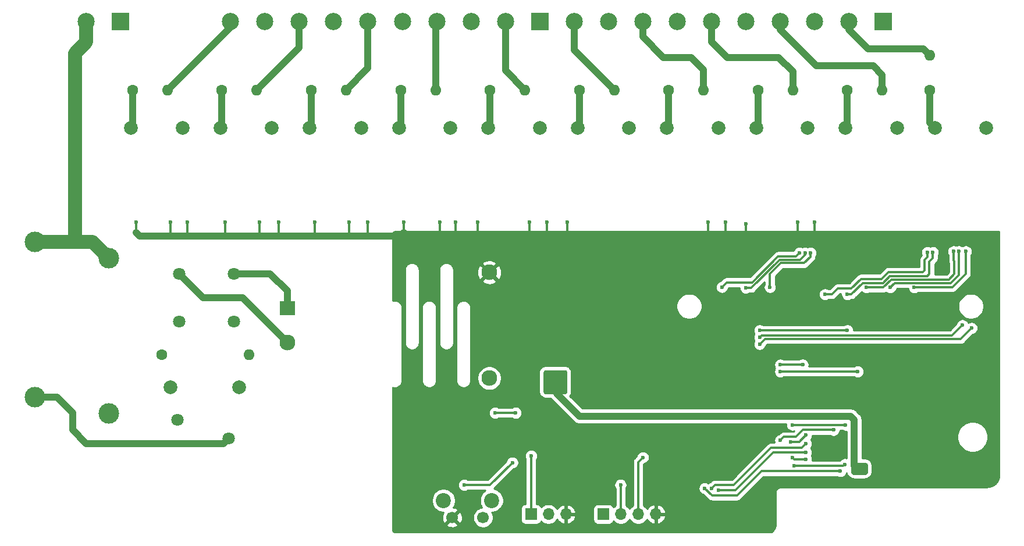
<source format=gbr>
G04 #@! TF.GenerationSoftware,KiCad,Pcbnew,(5.1.8)-1*
G04 #@! TF.CreationDate,2021-12-10T10:53:11+02:00*
G04 #@! TF.ProjectId,controller,636f6e74-726f-46c6-9c65-722e6b696361,rev?*
G04 #@! TF.SameCoordinates,Original*
G04 #@! TF.FileFunction,Copper,L2,Bot*
G04 #@! TF.FilePolarity,Positive*
%FSLAX46Y46*%
G04 Gerber Fmt 4.6, Leading zero omitted, Abs format (unit mm)*
G04 Created by KiCad (PCBNEW (5.1.8)-1) date 2021-12-10 10:53:11*
%MOMM*%
%LPD*%
G01*
G04 APERTURE LIST*
G04 #@! TA.AperFunction,ComponentPad*
%ADD10C,2.500000*%
G04 #@! TD*
G04 #@! TA.AperFunction,ComponentPad*
%ADD11R,2.500000X2.500000*%
G04 #@! TD*
G04 #@! TA.AperFunction,ComponentPad*
%ADD12O,1.600000X1.600000*%
G04 #@! TD*
G04 #@! TA.AperFunction,ComponentPad*
%ADD13C,1.600000*%
G04 #@! TD*
G04 #@! TA.AperFunction,ComponentPad*
%ADD14O,1.700000X1.700000*%
G04 #@! TD*
G04 #@! TA.AperFunction,ComponentPad*
%ADD15R,1.700000X1.700000*%
G04 #@! TD*
G04 #@! TA.AperFunction,ComponentPad*
%ADD16C,1.700000*%
G04 #@! TD*
G04 #@! TA.AperFunction,ComponentPad*
%ADD17C,2.200000*%
G04 #@! TD*
G04 #@! TA.AperFunction,ComponentPad*
%ADD18C,1.800000*%
G04 #@! TD*
G04 #@! TA.AperFunction,ComponentPad*
%ADD19C,2.300000*%
G04 #@! TD*
G04 #@! TA.AperFunction,ComponentPad*
%ADD20R,2.300000X2.000000*%
G04 #@! TD*
G04 #@! TA.AperFunction,ComponentPad*
%ADD21C,2.000000*%
G04 #@! TD*
G04 #@! TA.AperFunction,ComponentPad*
%ADD22C,3.000000*%
G04 #@! TD*
G04 #@! TA.AperFunction,ViaPad*
%ADD23C,0.600000*%
G04 #@! TD*
G04 #@! TA.AperFunction,Conductor*
%ADD24C,0.300000*%
G04 #@! TD*
G04 #@! TA.AperFunction,Conductor*
%ADD25C,1.000000*%
G04 #@! TD*
G04 #@! TA.AperFunction,Conductor*
%ADD26C,2.000000*%
G04 #@! TD*
G04 #@! TA.AperFunction,Conductor*
%ADD27C,0.254000*%
G04 #@! TD*
G04 #@! TA.AperFunction,Conductor*
%ADD28C,0.100000*%
G04 #@! TD*
G04 APERTURE END LIST*
D10*
G04 #@! TO.P,J6,2*
G04 #@! TO.N,/Relay/LIVE*
X51000000Y-36500000D03*
D11*
G04 #@! TO.P,J6,1*
G04 #@! TO.N,/NEUTRAL*
X56000000Y-36500000D03*
G04 #@! TD*
D10*
G04 #@! TO.P,J5,10*
G04 #@! TO.N,Net-(J5-Pad10)*
X122000000Y-36500000D03*
G04 #@! TO.P,J5,9*
G04 #@! TO.N,/NEUTRAL*
X127000000Y-36500000D03*
G04 #@! TO.P,J5,8*
G04 #@! TO.N,Net-(J5-Pad8)*
X132000000Y-36500000D03*
G04 #@! TO.P,J5,7*
G04 #@! TO.N,/NEUTRAL*
X137000000Y-36500000D03*
G04 #@! TO.P,J5,6*
G04 #@! TO.N,Net-(J5-Pad6)*
X142000000Y-36500000D03*
G04 #@! TO.P,J5,5*
G04 #@! TO.N,/NEUTRAL*
X147000000Y-36500000D03*
G04 #@! TO.P,J5,4*
G04 #@! TO.N,Net-(J5-Pad4)*
X152000000Y-36500000D03*
G04 #@! TO.P,J5,3*
G04 #@! TO.N,/NEUTRAL*
X157000000Y-36500000D03*
G04 #@! TO.P,J5,2*
G04 #@! TO.N,Net-(J5-Pad2)*
X162000000Y-36500000D03*
D11*
G04 #@! TO.P,J5,1*
G04 #@! TO.N,/NEUTRAL*
X167000000Y-36500000D03*
G04 #@! TD*
D10*
G04 #@! TO.P,J4,10*
G04 #@! TO.N,Net-(J4-Pad10)*
X72000000Y-36500000D03*
G04 #@! TO.P,J4,9*
G04 #@! TO.N,/NEUTRAL*
X77000000Y-36500000D03*
G04 #@! TO.P,J4,8*
G04 #@! TO.N,Net-(J4-Pad8)*
X82000000Y-36500000D03*
G04 #@! TO.P,J4,7*
G04 #@! TO.N,/NEUTRAL*
X87000000Y-36500000D03*
G04 #@! TO.P,J4,6*
G04 #@! TO.N,Net-(J4-Pad6)*
X92000000Y-36500000D03*
G04 #@! TO.P,J4,5*
G04 #@! TO.N,/NEUTRAL*
X97000000Y-36500000D03*
G04 #@! TO.P,J4,4*
G04 #@! TO.N,Net-(J4-Pad4)*
X102000000Y-36500000D03*
G04 #@! TO.P,J4,3*
G04 #@! TO.N,/NEUTRAL*
X107000000Y-36500000D03*
G04 #@! TO.P,J4,2*
G04 #@! TO.N,Net-(J4-Pad2)*
X112000000Y-36500000D03*
D11*
G04 #@! TO.P,J4,1*
G04 #@! TO.N,/NEUTRAL*
X117000000Y-36500000D03*
G04 #@! TD*
D12*
G04 #@! TO.P,R18,2*
G04 #@! TO.N,Net-(J5-Pad2)*
X173750000Y-41420000D03*
D13*
G04 #@! TO.P,R18,1*
G04 #@! TO.N,Net-(C18-Pad1)*
X173750000Y-46500000D03*
G04 #@! TD*
D12*
G04 #@! TO.P,R17,2*
G04 #@! TO.N,Net-(J5-Pad4)*
X166830000Y-46500000D03*
D13*
G04 #@! TO.P,R17,1*
G04 #@! TO.N,Net-(C17-Pad1)*
X161750000Y-46500000D03*
G04 #@! TD*
D12*
G04 #@! TO.P,R16,2*
G04 #@! TO.N,Net-(J5-Pad6)*
X153830000Y-46500000D03*
D13*
G04 #@! TO.P,R16,1*
G04 #@! TO.N,Net-(C16-Pad1)*
X148750000Y-46500000D03*
G04 #@! TD*
D12*
G04 #@! TO.P,R15,2*
G04 #@! TO.N,Net-(J5-Pad8)*
X140830000Y-46500000D03*
D13*
G04 #@! TO.P,R15,1*
G04 #@! TO.N,Net-(C15-Pad1)*
X135750000Y-46500000D03*
G04 #@! TD*
D12*
G04 #@! TO.P,R14,2*
G04 #@! TO.N,Net-(J5-Pad10)*
X127830000Y-46500000D03*
D13*
G04 #@! TO.P,R14,1*
G04 #@! TO.N,Net-(C14-Pad1)*
X122750000Y-46500000D03*
G04 #@! TD*
D12*
G04 #@! TO.P,R13,2*
G04 #@! TO.N,Net-(J4-Pad2)*
X114830000Y-46500000D03*
D13*
G04 #@! TO.P,R13,1*
G04 #@! TO.N,Net-(C13-Pad1)*
X109750000Y-46500000D03*
G04 #@! TD*
D12*
G04 #@! TO.P,R12,2*
G04 #@! TO.N,Net-(J4-Pad4)*
X101830000Y-46500000D03*
D13*
G04 #@! TO.P,R12,1*
G04 #@! TO.N,Net-(C12-Pad1)*
X96750000Y-46500000D03*
G04 #@! TD*
D12*
G04 #@! TO.P,R11,2*
G04 #@! TO.N,Net-(J4-Pad6)*
X88830000Y-46500000D03*
D13*
G04 #@! TO.P,R11,1*
G04 #@! TO.N,Net-(C11-Pad1)*
X83750000Y-46500000D03*
G04 #@! TD*
D12*
G04 #@! TO.P,R10,2*
G04 #@! TO.N,Net-(J4-Pad8)*
X75830000Y-46500000D03*
D13*
G04 #@! TO.P,R10,1*
G04 #@! TO.N,Net-(C10-Pad1)*
X70750000Y-46500000D03*
G04 #@! TD*
D12*
G04 #@! TO.P,R9,2*
G04 #@! TO.N,Net-(J4-Pad10)*
X62830000Y-46500000D03*
D13*
G04 #@! TO.P,R9,1*
G04 #@! TO.N,Net-(C9-Pad1)*
X57750000Y-46500000D03*
G04 #@! TD*
D12*
G04 #@! TO.P,R2,2*
G04 #@! TO.N,/F1_LIVE*
X74700000Y-85000000D03*
D13*
G04 #@! TO.P,R2,1*
G04 #@! TO.N,/NEUTRAL*
X62000000Y-85000000D03*
G04 #@! TD*
D14*
G04 #@! TO.P,J1,3*
G04 #@! TO.N,GND*
X120790000Y-108250000D03*
G04 #@! TO.P,J1,2*
G04 #@! TO.N,+3V3*
X118250000Y-108250000D03*
D15*
G04 #@! TO.P,J1,1*
G04 #@! TO.N,/IO4*
X115710000Y-108250000D03*
G04 #@! TD*
D16*
G04 #@! TO.P,SW1,1*
G04 #@! TO.N,/IO33*
X108750000Y-108750000D03*
G04 #@! TO.P,SW1,2*
G04 #@! TO.N,GND*
X104250000Y-108750000D03*
D17*
G04 #@! TO.P,SW1,*
G04 #@! TO.N,*
X110000000Y-106250000D03*
X103000000Y-106250000D03*
G04 #@! TD*
D18*
G04 #@! TO.P,FL1,4*
G04 #@! TO.N,Net-(FL1-Pad4)*
X72500000Y-73250000D03*
G04 #@! TO.P,FL1,3*
G04 #@! TO.N,/F1_LIVE*
X72500000Y-80250000D03*
G04 #@! TO.P,FL1,1*
G04 #@! TO.N,/NEUTRAL*
X64500000Y-80250000D03*
G04 #@! TO.P,FL1,2*
G04 #@! TO.N,Net-(FL1-Pad2)*
X64500000Y-73250000D03*
G04 #@! TD*
D19*
G04 #@! TO.P,PS1,4*
G04 #@! TO.N,+3V3*
X109650000Y-88450000D03*
G04 #@! TO.P,PS1,2*
G04 #@! TO.N,Net-(FL1-Pad2)*
X80250000Y-83250000D03*
D20*
G04 #@! TO.P,PS1,1*
G04 #@! TO.N,Net-(FL1-Pad4)*
X80250000Y-78250000D03*
D19*
G04 #@! TO.P,PS1,3*
G04 #@! TO.N,GND*
X109650000Y-73050000D03*
G04 #@! TD*
D21*
G04 #@! TO.P,C11,2*
G04 #@! TO.N,/Relay/F2_LIVE*
X91000000Y-52000000D03*
G04 #@! TO.P,C11,1*
G04 #@! TO.N,Net-(C11-Pad1)*
X83500000Y-52000000D03*
G04 #@! TD*
G04 #@! TO.P,C18,2*
G04 #@! TO.N,/Relay/F2_LIVE*
X182000000Y-52000000D03*
G04 #@! TO.P,C18,1*
G04 #@! TO.N,Net-(C18-Pad1)*
X174500000Y-52000000D03*
G04 #@! TD*
G04 #@! TO.P,C17,2*
G04 #@! TO.N,/Relay/F2_LIVE*
X169000000Y-52000000D03*
G04 #@! TO.P,C17,1*
G04 #@! TO.N,Net-(C17-Pad1)*
X161500000Y-52000000D03*
G04 #@! TD*
G04 #@! TO.P,C16,2*
G04 #@! TO.N,/Relay/F2_LIVE*
X156000000Y-52000000D03*
G04 #@! TO.P,C16,1*
G04 #@! TO.N,Net-(C16-Pad1)*
X148500000Y-52000000D03*
G04 #@! TD*
G04 #@! TO.P,C15,2*
G04 #@! TO.N,/Relay/F2_LIVE*
X143000000Y-52000000D03*
G04 #@! TO.P,C15,1*
G04 #@! TO.N,Net-(C15-Pad1)*
X135500000Y-52000000D03*
G04 #@! TD*
G04 #@! TO.P,C14,2*
G04 #@! TO.N,/Relay/F2_LIVE*
X130000000Y-52000000D03*
G04 #@! TO.P,C14,1*
G04 #@! TO.N,Net-(C14-Pad1)*
X122500000Y-52000000D03*
G04 #@! TD*
G04 #@! TO.P,C13,2*
G04 #@! TO.N,/Relay/F2_LIVE*
X117000000Y-52000000D03*
G04 #@! TO.P,C13,1*
G04 #@! TO.N,Net-(C13-Pad1)*
X109500000Y-52000000D03*
G04 #@! TD*
G04 #@! TO.P,C12,2*
G04 #@! TO.N,/Relay/F2_LIVE*
X104000000Y-52000000D03*
G04 #@! TO.P,C12,1*
G04 #@! TO.N,Net-(C12-Pad1)*
X96500000Y-52000000D03*
G04 #@! TD*
G04 #@! TO.P,C10,2*
G04 #@! TO.N,/Relay/F2_LIVE*
X78000000Y-52000000D03*
G04 #@! TO.P,C10,1*
G04 #@! TO.N,Net-(C10-Pad1)*
X70500000Y-52000000D03*
G04 #@! TD*
G04 #@! TO.P,C9,2*
G04 #@! TO.N,/Relay/F2_LIVE*
X65000000Y-52000000D03*
G04 #@! TO.P,C9,1*
G04 #@! TO.N,Net-(C9-Pad1)*
X57500000Y-52000000D03*
G04 #@! TD*
G04 #@! TO.P,C2,2*
G04 #@! TO.N,/NEUTRAL*
X63250000Y-89750000D03*
G04 #@! TO.P,C2,1*
G04 #@! TO.N,/F1_LIVE*
X73250000Y-89750000D03*
G04 #@! TD*
D14*
G04 #@! TO.P,J2,4*
G04 #@! TO.N,GND*
X133870000Y-108250000D03*
G04 #@! TO.P,J2,3*
G04 #@! TO.N,/SDA*
X131330000Y-108250000D03*
G04 #@! TO.P,J2,2*
G04 #@! TO.N,/SCL*
X128790000Y-108250000D03*
D15*
G04 #@! TO.P,J2,1*
G04 #@! TO.N,+3V3*
X126250000Y-108250000D03*
G04 #@! TD*
D22*
G04 #@! TO.P,F2,2*
G04 #@! TO.N,/Relay/F2_LIVE*
X54250000Y-93600000D03*
G04 #@! TO.P,F2,1*
G04 #@! TO.N,/Relay/LIVE*
X54250000Y-71000000D03*
G04 #@! TD*
G04 #@! TO.P,F1,2*
G04 #@! TO.N,/Relay/LIVE*
X43500000Y-68650000D03*
G04 #@! TO.P,F1,1*
G04 #@! TO.N,/F1_LIVE*
X43500000Y-91250000D03*
G04 #@! TD*
D18*
G04 #@! TO.P,RV1,2*
G04 #@! TO.N,/NEUTRAL*
X64250000Y-94550000D03*
G04 #@! TO.P,RV1,1*
G04 #@! TO.N,/F1_LIVE*
X71750000Y-97250000D03*
G04 #@! TD*
D23*
G04 #@! TO.N,GND*
X172000000Y-84000000D03*
X172000000Y-87000000D03*
X96250000Y-110000000D03*
X99250000Y-110000000D03*
X157000000Y-104000000D03*
X157750000Y-104000000D03*
X158500000Y-104000000D03*
X159250000Y-103750000D03*
X156250000Y-103750000D03*
X156250000Y-103000000D03*
X159250000Y-103000000D03*
X144000000Y-107500000D03*
X178250000Y-103000000D03*
X179000000Y-103000000D03*
X179750000Y-103000000D03*
X177500000Y-104250000D03*
X175000000Y-104000000D03*
X174250000Y-104000000D03*
X173500000Y-104000000D03*
X173250000Y-103250000D03*
X175750000Y-104000000D03*
X176750000Y-104250000D03*
X167250000Y-92500000D03*
X170250000Y-95500000D03*
X167250000Y-98500000D03*
X164250000Y-95500000D03*
X163000000Y-89250000D03*
X172250000Y-99250000D03*
X161000000Y-104000000D03*
X159500000Y-97500000D03*
X162500000Y-104000000D03*
X164000000Y-104000000D03*
X165500000Y-104000000D03*
X167000000Y-104000000D03*
X168500000Y-104000000D03*
X170000000Y-104000000D03*
X171500000Y-104000000D03*
X117250000Y-80000000D03*
X116500000Y-80000000D03*
X115750000Y-80000000D03*
X115750000Y-79250000D03*
X116500000Y-79250000D03*
X117250000Y-79250000D03*
X115750000Y-78500000D03*
X116500000Y-78500000D03*
X117250000Y-78500000D03*
X117250000Y-77750000D03*
X116500000Y-77750000D03*
X115750000Y-77750000D03*
X105750000Y-99750000D03*
X117250000Y-99750000D03*
X174250000Y-67500000D03*
X179250000Y-67500000D03*
X181750000Y-67500000D03*
X168750000Y-67500000D03*
X166250000Y-67500000D03*
X162500000Y-67500000D03*
X147000000Y-66000000D03*
X154500000Y-65750000D03*
X157000000Y-65750000D03*
X144000000Y-65750000D03*
X141500000Y-65750000D03*
X135250000Y-67500000D03*
X129750000Y-67500000D03*
X127250000Y-67500000D03*
X118000000Y-65750000D03*
X115500000Y-65750000D03*
X108000000Y-65750000D03*
X104750000Y-65750000D03*
X102500000Y-65750000D03*
X97250000Y-65750000D03*
X92000000Y-65750000D03*
X89250000Y-65750000D03*
X84250000Y-65750000D03*
X79000000Y-65750000D03*
X76250000Y-65750000D03*
X71250000Y-65750000D03*
X65750000Y-65750000D03*
X63250000Y-65750000D03*
X58250000Y-65750000D03*
X121000000Y-65750000D03*
X153750000Y-103250000D03*
X174900000Y-72200000D03*
X176200000Y-72900000D03*
X180450000Y-72900000D03*
X154100000Y-72900000D03*
X158200000Y-72900000D03*
G04 #@! TO.N,/EN*
X154000000Y-101250000D03*
X161400010Y-101000000D03*
G04 #@! TO.N,+3V3*
X162750000Y-101250000D03*
X163500000Y-101250000D03*
X164250000Y-101250000D03*
X162750000Y-102000000D03*
X163500000Y-102000000D03*
X164250000Y-102000000D03*
X118500000Y-88000000D03*
X119250000Y-88000000D03*
X120000000Y-88000000D03*
X118500000Y-88750000D03*
X119250000Y-88750000D03*
X120000000Y-88750000D03*
X120000000Y-89500000D03*
X119250000Y-89500000D03*
X118500000Y-89500000D03*
G04 #@! TO.N,/IO33*
X163250000Y-87500000D03*
X152000000Y-87500000D03*
X113500000Y-93500000D03*
X110500000Y-93500000D03*
G04 #@! TO.N,/SDA*
X155750000Y-96750000D03*
X153500012Y-97750000D03*
X132000000Y-100000000D03*
G04 #@! TO.N,/SCL*
X155750000Y-100250000D03*
X153750000Y-100000000D03*
X128750000Y-104000000D03*
G04 #@! TO.N,/IO4*
X159750000Y-96000000D03*
X115750000Y-99750000D03*
X152000000Y-97500000D03*
G04 #@! TO.N,/IO2*
X161500000Y-95250000D03*
X153750000Y-95250000D03*
X113000000Y-100750000D03*
X106000000Y-104000000D03*
G04 #@! TO.N,/TXD*
X155750000Y-99250000D03*
X143000000Y-104750000D03*
G04 #@! TO.N,/RXD*
X155750000Y-98000000D03*
X142000000Y-104500000D03*
G04 #@! TO.N,/IO0*
X141000000Y-104500000D03*
X160750000Y-102000000D03*
G04 #@! TO.N,Net-(D7-Pad1)*
X173400000Y-70100000D03*
X158500000Y-76250000D03*
G04 #@! TO.N,Net-(D8-Pad1)*
X174200000Y-70100000D03*
X161750000Y-76250000D03*
G04 #@! TO.N,Net-(D9-Pad1)*
X164500000Y-75250000D03*
X177199997Y-70000000D03*
G04 #@! TO.N,Net-(D10-Pad1)*
X168000000Y-75250000D03*
X178000000Y-70000000D03*
G04 #@! TO.N,Net-(D11-Pad1)*
X171500000Y-75250000D03*
X179000000Y-70000000D03*
G04 #@! TO.N,Net-(D5-Pad1)*
X156400000Y-70200000D03*
X150500000Y-75200000D03*
G04 #@! TO.N,Net-(D3-Pad1)*
X154800000Y-70200000D03*
X143500000Y-75200000D03*
G04 #@! TO.N,Net-(D4-Pad1)*
X155600000Y-70200000D03*
X147000000Y-75300000D03*
G04 #@! TO.N,Net-(TP1-Pad1)*
X155250000Y-86500000D03*
X152000000Y-86500000D03*
G04 #@! TO.N,Net-(TP2-Pad1)*
X161750000Y-81500000D03*
X149000000Y-81500000D03*
G04 #@! TO.N,Net-(TP3-Pad1)*
X179834620Y-81165380D03*
X149000000Y-83500000D03*
G04 #@! TO.N,Net-(TP4-Pad1)*
X178500000Y-80750000D03*
X149000000Y-82500000D03*
G04 #@! TD*
D24*
G04 #@! TO.N,GND*
X147000000Y-66000000D02*
X147000000Y-67500000D01*
X154500000Y-65750000D02*
X154500000Y-67750000D01*
X157000000Y-65750000D02*
X157000000Y-67750000D01*
X144000000Y-65750000D02*
X144000000Y-67750000D01*
X141500000Y-65750000D02*
X141500000Y-67750000D01*
X141500000Y-67750000D02*
X141500000Y-68000000D01*
X118000000Y-65750000D02*
X118000000Y-67500000D01*
X115500000Y-65750000D02*
X115500000Y-67500000D01*
X108000000Y-65750000D02*
X108000000Y-67500000D01*
X104750000Y-65750000D02*
X104750000Y-68500000D01*
X102500000Y-65750000D02*
X102500000Y-68000000D01*
X97250000Y-65750000D02*
X97250000Y-67250000D01*
X97250000Y-67250000D02*
X97250000Y-67750000D01*
D25*
X58750000Y-67750000D02*
X58250000Y-67250000D01*
X97250000Y-67250000D02*
X96750000Y-67750000D01*
D24*
X92000000Y-67500000D02*
X91750000Y-67750000D01*
X92000000Y-65750000D02*
X92000000Y-67500000D01*
D25*
X96750000Y-67750000D02*
X91750000Y-67750000D01*
D24*
X89250000Y-67500000D02*
X89500000Y-67750000D01*
X89250000Y-65750000D02*
X89250000Y-67500000D01*
D25*
X91750000Y-67750000D02*
X89500000Y-67750000D01*
D24*
X84250000Y-65750000D02*
X84250000Y-67750000D01*
D25*
X89500000Y-67750000D02*
X84250000Y-67750000D01*
D24*
X79000000Y-65750000D02*
X79000000Y-67750000D01*
D25*
X84250000Y-67750000D02*
X79000000Y-67750000D01*
D24*
X76250000Y-65750000D02*
X76250000Y-67500000D01*
X76250000Y-67500000D02*
X76000000Y-67750000D01*
D25*
X79000000Y-67750000D02*
X76000000Y-67750000D01*
D24*
X71250000Y-65750000D02*
X71250000Y-67500000D01*
X71250000Y-67500000D02*
X71500000Y-67750000D01*
D25*
X76000000Y-67750000D02*
X71500000Y-67750000D01*
D24*
X65750000Y-65750000D02*
X65750000Y-67750000D01*
D25*
X71500000Y-67750000D02*
X65750000Y-67750000D01*
D24*
X63250000Y-65750000D02*
X63250000Y-67750000D01*
D25*
X63250000Y-67750000D02*
X58750000Y-67750000D01*
X65750000Y-67750000D02*
X63250000Y-67750000D01*
D24*
X58250000Y-65750000D02*
X58250000Y-67250000D01*
X121000000Y-65750000D02*
X121000000Y-67250000D01*
G04 #@! TO.N,/EN*
X154000000Y-101250000D02*
X161150010Y-101250000D01*
X161150010Y-101250000D02*
X161400010Y-101000000D01*
D25*
G04 #@! TO.N,+3V3*
X151000000Y-94000000D02*
X162250000Y-94000000D01*
X162250000Y-94000000D02*
X162750000Y-94500000D01*
X162750000Y-94500000D02*
X162750000Y-101250000D01*
X162750000Y-101250000D02*
X162750000Y-101250000D01*
X162750000Y-101250000D02*
X163500000Y-102000000D01*
X151000000Y-94000000D02*
X122750000Y-94000000D01*
X122750000Y-94000000D02*
X119500000Y-90750000D01*
X119500000Y-90750000D02*
X119500000Y-89250000D01*
D24*
G04 #@! TO.N,/IO33*
X163250000Y-87500000D02*
X152000000Y-87500000D01*
X113500000Y-93500000D02*
X110500000Y-93500000D01*
D25*
G04 #@! TO.N,Net-(C10-Pad1)*
X70750000Y-51750000D02*
X70500000Y-52000000D01*
X70750000Y-46500000D02*
X70750000Y-51750000D01*
D26*
G04 #@! TO.N,/Relay/LIVE*
X44250000Y-68650000D02*
X47750000Y-68650000D01*
X47750000Y-68650000D02*
X50400000Y-68650000D01*
X51900000Y-68650000D02*
X50400000Y-68650000D01*
X54250000Y-71000000D02*
X51900000Y-68650000D01*
X49350000Y-68650000D02*
X47750000Y-68650000D01*
X49350000Y-41150000D02*
X49350000Y-68650000D01*
X51000000Y-39500000D02*
X49350000Y-41150000D01*
X51000000Y-36500000D02*
X51000000Y-39500000D01*
D24*
G04 #@! TO.N,/SDA*
X155750000Y-96750000D02*
X154750000Y-97750000D01*
X154750000Y-97750000D02*
X153500012Y-97750000D01*
X131330000Y-100670000D02*
X132000000Y-100000000D01*
X131330000Y-108250000D02*
X131330000Y-100670000D01*
G04 #@! TO.N,/SCL*
X154000000Y-100250000D02*
X153750000Y-100000000D01*
X155750000Y-100250000D02*
X154000000Y-100250000D01*
X128790000Y-104040000D02*
X128750000Y-104000000D01*
X128790000Y-108250000D02*
X128790000Y-104040000D01*
G04 #@! TO.N,/IO4*
X155250000Y-96000000D02*
X154250000Y-97000000D01*
X159750000Y-96000000D02*
X155250000Y-96000000D01*
X115710000Y-99790000D02*
X115750000Y-99750000D01*
X115710000Y-108250000D02*
X115710000Y-99790000D01*
X152000000Y-97500000D02*
X152500000Y-97000000D01*
X154250000Y-97000000D02*
X152500000Y-97000000D01*
G04 #@! TO.N,/IO2*
X161500000Y-95250000D02*
X155000000Y-95250000D01*
X155000000Y-95250000D02*
X153750000Y-95250000D01*
X109750000Y-104000000D02*
X106000000Y-104000000D01*
X113000000Y-100750000D02*
X109750000Y-104000000D01*
G04 #@! TO.N,/TXD*
X145500000Y-104750000D02*
X143000000Y-104750000D01*
X151000000Y-99250000D02*
X145500000Y-104750000D01*
X155750000Y-99250000D02*
X151000000Y-99250000D01*
G04 #@! TO.N,/RXD*
X142299999Y-104200001D02*
X142000000Y-104500000D01*
X142500000Y-104000000D02*
X142299999Y-104200001D01*
X155125000Y-98625000D02*
X150625000Y-98625000D01*
X145250000Y-104000000D02*
X142500000Y-104000000D01*
X155750000Y-98000000D02*
X155125000Y-98625000D01*
X150625000Y-98625000D02*
X145250000Y-104000000D01*
G04 #@! TO.N,/IO0*
X141000000Y-104500000D02*
X142050011Y-105550011D01*
X142050011Y-105550011D02*
X145699989Y-105550011D01*
X145699989Y-105550011D02*
X149250000Y-102000000D01*
X149250000Y-102000000D02*
X160750000Y-102000000D01*
D25*
G04 #@! TO.N,/F1_LIVE*
X44250000Y-91250000D02*
X43500000Y-90500000D01*
X43500000Y-91250000D02*
X46750000Y-91250000D01*
X46750000Y-91250000D02*
X49000000Y-93500000D01*
X49000000Y-93500000D02*
X49000000Y-96000000D01*
X49000000Y-96000000D02*
X51000000Y-98000000D01*
X71000000Y-98000000D02*
X71750000Y-97250000D01*
X51000000Y-98000000D02*
X71000000Y-98000000D01*
G04 #@! TO.N,Net-(J4-Pad4)*
X101830000Y-36670000D02*
X102000000Y-36500000D01*
X101830000Y-46500000D02*
X101830000Y-36670000D01*
G04 #@! TO.N,Net-(J4-Pad2)*
X112000000Y-43670000D02*
X112000000Y-36500000D01*
X114830000Y-46500000D02*
X112000000Y-43670000D01*
G04 #@! TO.N,Net-(J4-Pad8)*
X82000000Y-40330000D02*
X82000000Y-36500000D01*
X75830000Y-46500000D02*
X82000000Y-40330000D01*
G04 #@! TO.N,Net-(J4-Pad6)*
X92000000Y-43330000D02*
X92000000Y-36500000D01*
X88830000Y-46500000D02*
X92000000Y-43330000D01*
G04 #@! TO.N,Net-(J5-Pad4)*
X152000000Y-37750000D02*
X152000000Y-36500000D01*
X157250000Y-43000000D02*
X152000000Y-37750000D01*
X165500000Y-43000000D02*
X157250000Y-43000000D01*
X166830000Y-44330000D02*
X165500000Y-43000000D01*
X166830000Y-46500000D02*
X166830000Y-44330000D01*
G04 #@! TO.N,Net-(J5-Pad2)*
X173750000Y-41420000D02*
X172830000Y-40500000D01*
X172830000Y-40500000D02*
X164750000Y-40500000D01*
X162000000Y-37750000D02*
X162000000Y-36500000D01*
X164750000Y-40500000D02*
X162000000Y-37750000D01*
G04 #@! TO.N,Net-(J5-Pad10)*
X122000000Y-40670000D02*
X122000000Y-36500000D01*
X127830000Y-46500000D02*
X122000000Y-40670000D01*
G04 #@! TO.N,Net-(J5-Pad8)*
X140830000Y-46500000D02*
X140830000Y-43580000D01*
X140830000Y-43580000D02*
X139000000Y-41750000D01*
X139000000Y-41750000D02*
X135000000Y-41750000D01*
X132000000Y-38750000D02*
X132000000Y-36500000D01*
X135000000Y-41750000D02*
X132000000Y-38750000D01*
G04 #@! TO.N,Net-(J5-Pad6)*
X153830000Y-46500000D02*
X153830000Y-43830000D01*
X153830000Y-43830000D02*
X151750000Y-41750000D01*
X151750000Y-41750000D02*
X144250000Y-41750000D01*
X142000000Y-39500000D02*
X142000000Y-36500000D01*
X144250000Y-41750000D02*
X142000000Y-39500000D01*
G04 #@! TO.N,Net-(C12-Pad1)*
X96750000Y-51750000D02*
X96500000Y-52000000D01*
X96750000Y-46500000D02*
X96750000Y-51750000D01*
G04 #@! TO.N,Net-(C13-Pad1)*
X109750000Y-51750000D02*
X109500000Y-52000000D01*
X109750000Y-46500000D02*
X109750000Y-51750000D01*
G04 #@! TO.N,Net-(C14-Pad1)*
X122750000Y-51750000D02*
X122500000Y-52000000D01*
X122750000Y-46500000D02*
X122750000Y-51750000D01*
G04 #@! TO.N,Net-(C15-Pad1)*
X135750000Y-51750000D02*
X135500000Y-52000000D01*
X135750000Y-46500000D02*
X135750000Y-51750000D01*
G04 #@! TO.N,Net-(C16-Pad1)*
X148750000Y-51750000D02*
X148500000Y-52000000D01*
X148750000Y-46500000D02*
X148750000Y-51750000D01*
G04 #@! TO.N,Net-(C17-Pad1)*
X161750000Y-51750000D02*
X161500000Y-52000000D01*
X161750000Y-46500000D02*
X161750000Y-51750000D01*
G04 #@! TO.N,Net-(C18-Pad1)*
X173750000Y-51250000D02*
X174500000Y-52000000D01*
X173750000Y-46500000D02*
X173750000Y-51250000D01*
G04 #@! TO.N,Net-(J4-Pad10)*
X72000000Y-37330000D02*
X72000000Y-36500000D01*
X62830000Y-46500000D02*
X72000000Y-37330000D01*
D24*
G04 #@! TO.N,Net-(D7-Pad1)*
X173400000Y-70850000D02*
X173400000Y-70100000D01*
X173000000Y-71250000D02*
X173400000Y-70850000D01*
X173000000Y-72750000D02*
X173000000Y-71250000D01*
X172750000Y-73000000D02*
X173000000Y-72750000D01*
X167750000Y-73000000D02*
X172750000Y-73000000D01*
X166750000Y-74000000D02*
X167750000Y-73000000D01*
X163750000Y-74000000D02*
X166750000Y-74000000D01*
X162349999Y-75400001D02*
X163750000Y-74000000D01*
X160349999Y-75400001D02*
X162349999Y-75400001D01*
X159500000Y-76250000D02*
X160349999Y-75400001D01*
X158500000Y-76250000D02*
X159500000Y-76250000D01*
G04 #@! TO.N,Net-(D8-Pad1)*
X174200000Y-71000000D02*
X174200000Y-70100000D01*
X173700000Y-73300000D02*
X173700000Y-71500000D01*
X173400010Y-73599990D02*
X173700000Y-73300000D01*
X173700000Y-71500000D02*
X174200000Y-71000000D01*
X167942890Y-73599990D02*
X173400010Y-73599990D01*
X166942880Y-74600000D02*
X167942890Y-73599990D01*
X164000000Y-74600000D02*
X166942880Y-74600000D01*
X162350000Y-76250000D02*
X164000000Y-74600000D01*
X161750000Y-76250000D02*
X162350000Y-76250000D01*
G04 #@! TO.N,Net-(D9-Pad1)*
X177199997Y-71300003D02*
X177199997Y-70000000D01*
X177300000Y-71400006D02*
X177199997Y-71300003D01*
X177300000Y-73300000D02*
X177300000Y-71400006D01*
X176500000Y-74100000D02*
X177300000Y-73300000D01*
X168150000Y-74100000D02*
X176500000Y-74100000D01*
X167000000Y-75250000D02*
X168150000Y-74100000D01*
X164500000Y-75250000D02*
X167000000Y-75250000D01*
G04 #@! TO.N,Net-(D10-Pad1)*
X168650000Y-74600000D02*
X168000000Y-75250000D01*
X176800000Y-74600000D02*
X168650000Y-74600000D01*
X178000000Y-73400000D02*
X176800000Y-74600000D01*
X178000000Y-70000000D02*
X178000000Y-73400000D01*
G04 #@! TO.N,Net-(D11-Pad1)*
X179000000Y-71500000D02*
X179000000Y-70000000D01*
X179000000Y-73250000D02*
X179000000Y-71500000D01*
X177050000Y-75200000D02*
X179000000Y-73250000D01*
X171550000Y-75200000D02*
X177050000Y-75200000D01*
X171500000Y-75250000D02*
X171550000Y-75200000D01*
D25*
G04 #@! TO.N,Net-(C11-Pad1)*
X83750000Y-51750000D02*
X83500000Y-52000000D01*
X83750000Y-46500000D02*
X83750000Y-51750000D01*
D24*
G04 #@! TO.N,Net-(D5-Pad1)*
X156400000Y-70800000D02*
X156400000Y-70200000D01*
X155500000Y-71700000D02*
X156400000Y-70800000D01*
X152100000Y-71700000D02*
X155500000Y-71700000D01*
X150500000Y-73300000D02*
X152100000Y-71700000D01*
X150500000Y-75200000D02*
X150500000Y-73300000D01*
D25*
G04 #@! TO.N,Net-(FL1-Pad4)*
X72500000Y-73250000D02*
X77750000Y-73250000D01*
X80250000Y-75750000D02*
X80250000Y-78250000D01*
X77750000Y-73250000D02*
X80250000Y-75750000D01*
G04 #@! TO.N,Net-(FL1-Pad2)*
X73750000Y-76750000D02*
X80250000Y-83250000D01*
X68000000Y-76750000D02*
X73750000Y-76750000D01*
X64500000Y-73250000D02*
X68000000Y-76750000D01*
G04 #@! TO.N,Net-(C9-Pad1)*
X57750000Y-51750000D02*
X57500000Y-52000000D01*
X57750000Y-46500000D02*
X57750000Y-51750000D01*
D24*
G04 #@! TO.N,Net-(D3-Pad1)*
X144200000Y-74500000D02*
X143500000Y-75200000D01*
X147885760Y-74500000D02*
X144200000Y-74500000D01*
X151685780Y-70699980D02*
X147885760Y-74500000D01*
X154300020Y-70699980D02*
X151685780Y-70699980D01*
X154800000Y-70200000D02*
X154300020Y-70699980D01*
G04 #@! TO.N,Net-(D4-Pad1)*
X147792880Y-75300000D02*
X147000000Y-75300000D01*
X151892890Y-71199990D02*
X147792880Y-75300000D01*
X154862142Y-71199990D02*
X151892890Y-71199990D01*
X155600000Y-70462132D02*
X154862142Y-71199990D01*
X155600000Y-70200000D02*
X155600000Y-70462132D01*
G04 #@! TO.N,Net-(TP1-Pad1)*
X155250000Y-86500000D02*
X152000000Y-86500000D01*
G04 #@! TO.N,Net-(TP2-Pad1)*
X161750000Y-81500000D02*
X149000000Y-81500000D01*
G04 #@! TO.N,Net-(TP3-Pad1)*
X149750000Y-82750000D02*
X149000000Y-83500000D01*
X178250000Y-82750000D02*
X149750000Y-82750000D01*
X179834620Y-81165380D02*
X178250000Y-82750000D01*
G04 #@! TO.N,Net-(TP4-Pad1)*
X149250000Y-82250000D02*
X149000000Y-82500000D01*
X177000000Y-82250000D02*
X149250000Y-82250000D01*
X178500000Y-80750000D02*
X177000000Y-82250000D01*
G04 #@! TD*
D27*
G04 #@! TO.N,GND*
X183840000Y-102467721D02*
X183801853Y-102856776D01*
X183698238Y-103199964D01*
X183529939Y-103516489D01*
X183303365Y-103794296D01*
X183027146Y-104022805D01*
X182711803Y-104193310D01*
X182369344Y-104299319D01*
X181982288Y-104340000D01*
X152032419Y-104340000D01*
X152000000Y-104336807D01*
X151967581Y-104340000D01*
X151870617Y-104349550D01*
X151746207Y-104387290D01*
X151631550Y-104448575D01*
X151531052Y-104531052D01*
X151448575Y-104631550D01*
X151387290Y-104746207D01*
X151349550Y-104870617D01*
X151336807Y-105000000D01*
X151340001Y-105032429D01*
X151340000Y-109467721D01*
X151301853Y-109856776D01*
X151198238Y-110199964D01*
X151029939Y-110516489D01*
X150803365Y-110794296D01*
X150708229Y-110873000D01*
X95909992Y-110873000D01*
X95816129Y-110858134D01*
X95740467Y-110819582D01*
X95680418Y-110759533D01*
X95641866Y-110683871D01*
X95627000Y-110590008D01*
X95627000Y-109778397D01*
X103401208Y-109778397D01*
X103478843Y-110027472D01*
X103742883Y-110153371D01*
X104026411Y-110225339D01*
X104318531Y-110240611D01*
X104608019Y-110198599D01*
X104883747Y-110100919D01*
X105021157Y-110027472D01*
X105098792Y-109778397D01*
X104250000Y-108929605D01*
X103401208Y-109778397D01*
X95627000Y-109778397D01*
X95627000Y-106079117D01*
X101265000Y-106079117D01*
X101265000Y-106420883D01*
X101331675Y-106756081D01*
X101462463Y-107071831D01*
X101652337Y-107355998D01*
X101894002Y-107597663D01*
X102178169Y-107787537D01*
X102493919Y-107918325D01*
X102829117Y-107985000D01*
X102969592Y-107985000D01*
X102846629Y-108242883D01*
X102774661Y-108526411D01*
X102759389Y-108818531D01*
X102801401Y-109108019D01*
X102899081Y-109383747D01*
X102972528Y-109521157D01*
X103221603Y-109598792D01*
X104070395Y-108750000D01*
X104429605Y-108750000D01*
X105278397Y-109598792D01*
X105527472Y-109521157D01*
X105653371Y-109257117D01*
X105725339Y-108973589D01*
X105740611Y-108681469D01*
X105698599Y-108391981D01*
X105600919Y-108116253D01*
X105527472Y-107978843D01*
X105278397Y-107901208D01*
X104429605Y-108750000D01*
X104070395Y-108750000D01*
X104056253Y-108735858D01*
X104235858Y-108556253D01*
X104250000Y-108570395D01*
X105098792Y-107721603D01*
X105021157Y-107472528D01*
X104757117Y-107346629D01*
X104473589Y-107274661D01*
X104404427Y-107271045D01*
X104537537Y-107071831D01*
X104668325Y-106756081D01*
X104735000Y-106420883D01*
X104735000Y-106079117D01*
X104668325Y-105743919D01*
X104537537Y-105428169D01*
X104347663Y-105144002D01*
X104105998Y-104902337D01*
X103821831Y-104712463D01*
X103506081Y-104581675D01*
X103170883Y-104515000D01*
X102829117Y-104515000D01*
X102493919Y-104581675D01*
X102178169Y-104712463D01*
X101894002Y-104902337D01*
X101652337Y-105144002D01*
X101462463Y-105428169D01*
X101331675Y-105743919D01*
X101265000Y-106079117D01*
X95627000Y-106079117D01*
X95627000Y-103907911D01*
X105065000Y-103907911D01*
X105065000Y-104092089D01*
X105100932Y-104272729D01*
X105171414Y-104442889D01*
X105273738Y-104596028D01*
X105403972Y-104726262D01*
X105557111Y-104828586D01*
X105727271Y-104899068D01*
X105907911Y-104935000D01*
X106092089Y-104935000D01*
X106272729Y-104899068D01*
X106442889Y-104828586D01*
X106508120Y-104785000D01*
X109069610Y-104785000D01*
X108894002Y-104902337D01*
X108652337Y-105144002D01*
X108462463Y-105428169D01*
X108331675Y-105743919D01*
X108265000Y-106079117D01*
X108265000Y-106420883D01*
X108331675Y-106756081D01*
X108462463Y-107071831D01*
X108592966Y-107267143D01*
X108316842Y-107322068D01*
X108046589Y-107434010D01*
X107803368Y-107596525D01*
X107596525Y-107803368D01*
X107434010Y-108046589D01*
X107322068Y-108316842D01*
X107265000Y-108603740D01*
X107265000Y-108896260D01*
X107322068Y-109183158D01*
X107434010Y-109453411D01*
X107596525Y-109696632D01*
X107803368Y-109903475D01*
X108046589Y-110065990D01*
X108316842Y-110177932D01*
X108603740Y-110235000D01*
X108896260Y-110235000D01*
X109183158Y-110177932D01*
X109453411Y-110065990D01*
X109696632Y-109903475D01*
X109903475Y-109696632D01*
X110065990Y-109453411D01*
X110177932Y-109183158D01*
X110235000Y-108896260D01*
X110235000Y-108603740D01*
X110177932Y-108316842D01*
X110065990Y-108046589D01*
X110024838Y-107985000D01*
X110170883Y-107985000D01*
X110506081Y-107918325D01*
X110821831Y-107787537D01*
X111105998Y-107597663D01*
X111303661Y-107400000D01*
X114221928Y-107400000D01*
X114221928Y-109100000D01*
X114234188Y-109224482D01*
X114270498Y-109344180D01*
X114329463Y-109454494D01*
X114408815Y-109551185D01*
X114505506Y-109630537D01*
X114615820Y-109689502D01*
X114735518Y-109725812D01*
X114860000Y-109738072D01*
X116560000Y-109738072D01*
X116684482Y-109725812D01*
X116804180Y-109689502D01*
X116914494Y-109630537D01*
X117011185Y-109551185D01*
X117090537Y-109454494D01*
X117149502Y-109344180D01*
X117171513Y-109271620D01*
X117303368Y-109403475D01*
X117546589Y-109565990D01*
X117816842Y-109677932D01*
X118103740Y-109735000D01*
X118396260Y-109735000D01*
X118683158Y-109677932D01*
X118953411Y-109565990D01*
X119196632Y-109403475D01*
X119403475Y-109196632D01*
X119525195Y-109014466D01*
X119594822Y-109131355D01*
X119789731Y-109347588D01*
X120023080Y-109521641D01*
X120285901Y-109646825D01*
X120433110Y-109691476D01*
X120663000Y-109570155D01*
X120663000Y-108377000D01*
X120917000Y-108377000D01*
X120917000Y-109570155D01*
X121146890Y-109691476D01*
X121294099Y-109646825D01*
X121556920Y-109521641D01*
X121790269Y-109347588D01*
X121985178Y-109131355D01*
X122134157Y-108881252D01*
X122231481Y-108606891D01*
X122110814Y-108377000D01*
X120917000Y-108377000D01*
X120663000Y-108377000D01*
X120643000Y-108377000D01*
X120643000Y-108123000D01*
X120663000Y-108123000D01*
X120663000Y-106929845D01*
X120917000Y-106929845D01*
X120917000Y-108123000D01*
X122110814Y-108123000D01*
X122231481Y-107893109D01*
X122134157Y-107618748D01*
X122003856Y-107400000D01*
X124761928Y-107400000D01*
X124761928Y-109100000D01*
X124774188Y-109224482D01*
X124810498Y-109344180D01*
X124869463Y-109454494D01*
X124948815Y-109551185D01*
X125045506Y-109630537D01*
X125155820Y-109689502D01*
X125275518Y-109725812D01*
X125400000Y-109738072D01*
X127100000Y-109738072D01*
X127224482Y-109725812D01*
X127344180Y-109689502D01*
X127454494Y-109630537D01*
X127551185Y-109551185D01*
X127630537Y-109454494D01*
X127689502Y-109344180D01*
X127711513Y-109271620D01*
X127843368Y-109403475D01*
X128086589Y-109565990D01*
X128356842Y-109677932D01*
X128643740Y-109735000D01*
X128936260Y-109735000D01*
X129223158Y-109677932D01*
X129493411Y-109565990D01*
X129736632Y-109403475D01*
X129943475Y-109196632D01*
X130060000Y-109022240D01*
X130176525Y-109196632D01*
X130383368Y-109403475D01*
X130626589Y-109565990D01*
X130896842Y-109677932D01*
X131183740Y-109735000D01*
X131476260Y-109735000D01*
X131763158Y-109677932D01*
X132033411Y-109565990D01*
X132276632Y-109403475D01*
X132483475Y-109196632D01*
X132605195Y-109014466D01*
X132674822Y-109131355D01*
X132869731Y-109347588D01*
X133103080Y-109521641D01*
X133365901Y-109646825D01*
X133513110Y-109691476D01*
X133743000Y-109570155D01*
X133743000Y-108377000D01*
X133997000Y-108377000D01*
X133997000Y-109570155D01*
X134226890Y-109691476D01*
X134374099Y-109646825D01*
X134636920Y-109521641D01*
X134870269Y-109347588D01*
X135065178Y-109131355D01*
X135214157Y-108881252D01*
X135311481Y-108606891D01*
X135190814Y-108377000D01*
X133997000Y-108377000D01*
X133743000Y-108377000D01*
X133723000Y-108377000D01*
X133723000Y-108123000D01*
X133743000Y-108123000D01*
X133743000Y-106929845D01*
X133997000Y-106929845D01*
X133997000Y-108123000D01*
X135190814Y-108123000D01*
X135311481Y-107893109D01*
X135214157Y-107618748D01*
X135065178Y-107368645D01*
X134870269Y-107152412D01*
X134636920Y-106978359D01*
X134374099Y-106853175D01*
X134226890Y-106808524D01*
X133997000Y-106929845D01*
X133743000Y-106929845D01*
X133513110Y-106808524D01*
X133365901Y-106853175D01*
X133103080Y-106978359D01*
X132869731Y-107152412D01*
X132674822Y-107368645D01*
X132605195Y-107485534D01*
X132483475Y-107303368D01*
X132276632Y-107096525D01*
X132115000Y-106988526D01*
X132115000Y-100995157D01*
X132195784Y-100914374D01*
X132272729Y-100899068D01*
X132442889Y-100828586D01*
X132596028Y-100726262D01*
X132726262Y-100596028D01*
X132828586Y-100442889D01*
X132899068Y-100272729D01*
X132935000Y-100092089D01*
X132935000Y-99907911D01*
X132899068Y-99727271D01*
X132828586Y-99557111D01*
X132726262Y-99403972D01*
X132596028Y-99273738D01*
X132442889Y-99171414D01*
X132272729Y-99100932D01*
X132092089Y-99065000D01*
X131907911Y-99065000D01*
X131727271Y-99100932D01*
X131557111Y-99171414D01*
X131403972Y-99273738D01*
X131273738Y-99403972D01*
X131171414Y-99557111D01*
X131100932Y-99727271D01*
X131085626Y-99804216D01*
X130802185Y-100087658D01*
X130772237Y-100112236D01*
X130747659Y-100142184D01*
X130747655Y-100142188D01*
X130734752Y-100157911D01*
X130674139Y-100231767D01*
X130649528Y-100277811D01*
X130601246Y-100368141D01*
X130556359Y-100516114D01*
X130541203Y-100670000D01*
X130545001Y-100708563D01*
X130545000Y-106988526D01*
X130383368Y-107096525D01*
X130176525Y-107303368D01*
X130060000Y-107477760D01*
X129943475Y-107303368D01*
X129736632Y-107096525D01*
X129575000Y-106988526D01*
X129575000Y-104448256D01*
X129578586Y-104442889D01*
X129649068Y-104272729D01*
X129685000Y-104092089D01*
X129685000Y-103907911D01*
X129649068Y-103727271D01*
X129578586Y-103557111D01*
X129476262Y-103403972D01*
X129346028Y-103273738D01*
X129192889Y-103171414D01*
X129022729Y-103100932D01*
X128842089Y-103065000D01*
X128657911Y-103065000D01*
X128477271Y-103100932D01*
X128307111Y-103171414D01*
X128153972Y-103273738D01*
X128023738Y-103403972D01*
X127921414Y-103557111D01*
X127850932Y-103727271D01*
X127815000Y-103907911D01*
X127815000Y-104092089D01*
X127850932Y-104272729D01*
X127921414Y-104442889D01*
X128005001Y-104567986D01*
X128005000Y-106988526D01*
X127843368Y-107096525D01*
X127711513Y-107228380D01*
X127689502Y-107155820D01*
X127630537Y-107045506D01*
X127551185Y-106948815D01*
X127454494Y-106869463D01*
X127344180Y-106810498D01*
X127224482Y-106774188D01*
X127100000Y-106761928D01*
X125400000Y-106761928D01*
X125275518Y-106774188D01*
X125155820Y-106810498D01*
X125045506Y-106869463D01*
X124948815Y-106948815D01*
X124869463Y-107045506D01*
X124810498Y-107155820D01*
X124774188Y-107275518D01*
X124761928Y-107400000D01*
X122003856Y-107400000D01*
X121985178Y-107368645D01*
X121790269Y-107152412D01*
X121556920Y-106978359D01*
X121294099Y-106853175D01*
X121146890Y-106808524D01*
X120917000Y-106929845D01*
X120663000Y-106929845D01*
X120433110Y-106808524D01*
X120285901Y-106853175D01*
X120023080Y-106978359D01*
X119789731Y-107152412D01*
X119594822Y-107368645D01*
X119525195Y-107485534D01*
X119403475Y-107303368D01*
X119196632Y-107096525D01*
X118953411Y-106934010D01*
X118683158Y-106822068D01*
X118396260Y-106765000D01*
X118103740Y-106765000D01*
X117816842Y-106822068D01*
X117546589Y-106934010D01*
X117303368Y-107096525D01*
X117171513Y-107228380D01*
X117149502Y-107155820D01*
X117090537Y-107045506D01*
X117011185Y-106948815D01*
X116914494Y-106869463D01*
X116804180Y-106810498D01*
X116684482Y-106774188D01*
X116560000Y-106761928D01*
X116495000Y-106761928D01*
X116495000Y-100317985D01*
X116578586Y-100192889D01*
X116649068Y-100022729D01*
X116685000Y-99842089D01*
X116685000Y-99657911D01*
X116649068Y-99477271D01*
X116578586Y-99307111D01*
X116476262Y-99153972D01*
X116346028Y-99023738D01*
X116192889Y-98921414D01*
X116022729Y-98850932D01*
X115842089Y-98815000D01*
X115657911Y-98815000D01*
X115477271Y-98850932D01*
X115307111Y-98921414D01*
X115153972Y-99023738D01*
X115023738Y-99153972D01*
X114921414Y-99307111D01*
X114850932Y-99477271D01*
X114815000Y-99657911D01*
X114815000Y-99842089D01*
X114850932Y-100022729D01*
X114921414Y-100192889D01*
X114925001Y-100198257D01*
X114925000Y-106761928D01*
X114860000Y-106761928D01*
X114735518Y-106774188D01*
X114615820Y-106810498D01*
X114505506Y-106869463D01*
X114408815Y-106948815D01*
X114329463Y-107045506D01*
X114270498Y-107155820D01*
X114234188Y-107275518D01*
X114221928Y-107400000D01*
X111303661Y-107400000D01*
X111347663Y-107355998D01*
X111537537Y-107071831D01*
X111668325Y-106756081D01*
X111735000Y-106420883D01*
X111735000Y-106079117D01*
X111668325Y-105743919D01*
X111537537Y-105428169D01*
X111347663Y-105144002D01*
X111105998Y-104902337D01*
X110821831Y-104712463D01*
X110506081Y-104581675D01*
X110318725Y-104544408D01*
X110332347Y-104527810D01*
X113195784Y-101664373D01*
X113272729Y-101649068D01*
X113442889Y-101578586D01*
X113596028Y-101476262D01*
X113726262Y-101346028D01*
X113828586Y-101192889D01*
X113899068Y-101022729D01*
X113935000Y-100842089D01*
X113935000Y-100657911D01*
X113899068Y-100477271D01*
X113828586Y-100307111D01*
X113726262Y-100153972D01*
X113596028Y-100023738D01*
X113442889Y-99921414D01*
X113272729Y-99850932D01*
X113092089Y-99815000D01*
X112907911Y-99815000D01*
X112727271Y-99850932D01*
X112557111Y-99921414D01*
X112403972Y-100023738D01*
X112273738Y-100153972D01*
X112171414Y-100307111D01*
X112100932Y-100477271D01*
X112085627Y-100554216D01*
X109424843Y-103215000D01*
X106508120Y-103215000D01*
X106442889Y-103171414D01*
X106272729Y-103100932D01*
X106092089Y-103065000D01*
X105907911Y-103065000D01*
X105727271Y-103100932D01*
X105557111Y-103171414D01*
X105403972Y-103273738D01*
X105273738Y-103403972D01*
X105171414Y-103557111D01*
X105100932Y-103727271D01*
X105065000Y-103907911D01*
X95627000Y-103907911D01*
X95627000Y-93407911D01*
X109565000Y-93407911D01*
X109565000Y-93592089D01*
X109600932Y-93772729D01*
X109671414Y-93942889D01*
X109773738Y-94096028D01*
X109903972Y-94226262D01*
X110057111Y-94328586D01*
X110227271Y-94399068D01*
X110407911Y-94435000D01*
X110592089Y-94435000D01*
X110772729Y-94399068D01*
X110942889Y-94328586D01*
X111008120Y-94285000D01*
X112991880Y-94285000D01*
X113057111Y-94328586D01*
X113227271Y-94399068D01*
X113407911Y-94435000D01*
X113592089Y-94435000D01*
X113772729Y-94399068D01*
X113942889Y-94328586D01*
X114096028Y-94226262D01*
X114226262Y-94096028D01*
X114328586Y-93942889D01*
X114399068Y-93772729D01*
X114435000Y-93592089D01*
X114435000Y-93407911D01*
X114399068Y-93227271D01*
X114328586Y-93057111D01*
X114226262Y-92903972D01*
X114096028Y-92773738D01*
X113942889Y-92671414D01*
X113772729Y-92600932D01*
X113592089Y-92565000D01*
X113407911Y-92565000D01*
X113227271Y-92600932D01*
X113057111Y-92671414D01*
X112991880Y-92715000D01*
X111008120Y-92715000D01*
X110942889Y-92671414D01*
X110772729Y-92600932D01*
X110592089Y-92565000D01*
X110407911Y-92565000D01*
X110227271Y-92600932D01*
X110057111Y-92671414D01*
X109903972Y-92773738D01*
X109773738Y-92903972D01*
X109671414Y-93057111D01*
X109600932Y-93227271D01*
X109565000Y-93407911D01*
X95627000Y-93407911D01*
X95627000Y-89822618D01*
X95638704Y-89826063D01*
X95697488Y-89837277D01*
X95756062Y-89849300D01*
X95765231Y-89850199D01*
X95765233Y-89850199D01*
X95842979Y-89857274D01*
X95902795Y-89856856D01*
X95962610Y-89857274D01*
X95971781Y-89856375D01*
X96049419Y-89848214D01*
X96107979Y-89836193D01*
X96166778Y-89824977D01*
X96175600Y-89822313D01*
X96250174Y-89799228D01*
X96305256Y-89776074D01*
X96360780Y-89753641D01*
X96368916Y-89749314D01*
X96437587Y-89712184D01*
X96487161Y-89678746D01*
X96537235Y-89645979D01*
X96544376Y-89640155D01*
X96604527Y-89590394D01*
X96646688Y-89547938D01*
X96689418Y-89506093D01*
X96695292Y-89498993D01*
X96744632Y-89438496D01*
X96777744Y-89388658D01*
X96811531Y-89339313D01*
X96815914Y-89331207D01*
X96852564Y-89262278D01*
X96875351Y-89206993D01*
X96898923Y-89151996D01*
X96901648Y-89143193D01*
X96924212Y-89068459D01*
X96935830Y-89009781D01*
X96948269Y-88951264D01*
X96949232Y-88942099D01*
X96956850Y-88864405D01*
X96956850Y-88864402D01*
X96960000Y-88832419D01*
X96960000Y-78167581D01*
X96956811Y-78135202D01*
X96956811Y-78130011D01*
X96955848Y-78120846D01*
X96952150Y-78087874D01*
X96950450Y-78070617D01*
X96950076Y-78069383D01*
X96947146Y-78043265D01*
X96934716Y-77984789D01*
X96923090Y-77926073D01*
X96920364Y-77917270D01*
X96896760Y-77842858D01*
X96873196Y-77787880D01*
X96850398Y-77732569D01*
X96846015Y-77724463D01*
X96808406Y-77656054D01*
X96774633Y-77606730D01*
X96741508Y-77556873D01*
X96735634Y-77549772D01*
X96685454Y-77489970D01*
X96642705Y-77448108D01*
X96600567Y-77405674D01*
X96593426Y-77399850D01*
X96532585Y-77350933D01*
X96482569Y-77318203D01*
X96432941Y-77284728D01*
X96424804Y-77280402D01*
X96355622Y-77244233D01*
X96300158Y-77221824D01*
X96245008Y-77198641D01*
X96236186Y-77195978D01*
X96161296Y-77173937D01*
X96102518Y-77162725D01*
X96043938Y-77150700D01*
X96034767Y-77149801D01*
X95957021Y-77142726D01*
X95897206Y-77143144D01*
X95837390Y-77142726D01*
X95828219Y-77143625D01*
X95750581Y-77151785D01*
X95691984Y-77163814D01*
X95633222Y-77175023D01*
X95627000Y-77176902D01*
X95627000Y-72667582D01*
X97340000Y-72667582D01*
X97340001Y-83332419D01*
X97343189Y-83364788D01*
X97343189Y-83369990D01*
X97344152Y-83379155D01*
X97347859Y-83412204D01*
X97349551Y-83429383D01*
X97349924Y-83430612D01*
X97352854Y-83456735D01*
X97365287Y-83515224D01*
X97376910Y-83573927D01*
X97379635Y-83582730D01*
X97403240Y-83657142D01*
X97426803Y-83712117D01*
X97449601Y-83767430D01*
X97453985Y-83775536D01*
X97491593Y-83843946D01*
X97525389Y-83893303D01*
X97558492Y-83943127D01*
X97564366Y-83950228D01*
X97614546Y-84010030D01*
X97657295Y-84051892D01*
X97699433Y-84094326D01*
X97706575Y-84100150D01*
X97706578Y-84100153D01*
X97706582Y-84100156D01*
X97767415Y-84149068D01*
X97817432Y-84181798D01*
X97867059Y-84215273D01*
X97875196Y-84219599D01*
X97944378Y-84255767D01*
X97999842Y-84278176D01*
X98054992Y-84301359D01*
X98063814Y-84304022D01*
X98138704Y-84326063D01*
X98197488Y-84337277D01*
X98256062Y-84349300D01*
X98265231Y-84350199D01*
X98265233Y-84350199D01*
X98342979Y-84357274D01*
X98402795Y-84356856D01*
X98462610Y-84357274D01*
X98471781Y-84356375D01*
X98549419Y-84348214D01*
X98607979Y-84336193D01*
X98666778Y-84324977D01*
X98675600Y-84322313D01*
X98750174Y-84299228D01*
X98805256Y-84276074D01*
X98860780Y-84253641D01*
X98868916Y-84249314D01*
X98937587Y-84212184D01*
X98987161Y-84178746D01*
X99037235Y-84145979D01*
X99044376Y-84140155D01*
X99104527Y-84090394D01*
X99146688Y-84047938D01*
X99189418Y-84006093D01*
X99195292Y-83998993D01*
X99244632Y-83938496D01*
X99277744Y-83888658D01*
X99311531Y-83839313D01*
X99315914Y-83831207D01*
X99352564Y-83762278D01*
X99375351Y-83706993D01*
X99398923Y-83651996D01*
X99401648Y-83643193D01*
X99424212Y-83568459D01*
X99435830Y-83509781D01*
X99448269Y-83451264D01*
X99449232Y-83442099D01*
X99456850Y-83364405D01*
X99456850Y-83364402D01*
X99460000Y-83332419D01*
X99460000Y-78167582D01*
X99840000Y-78167582D01*
X99840001Y-88832419D01*
X99843189Y-88864788D01*
X99843189Y-88869990D01*
X99844152Y-88879155D01*
X99847859Y-88912204D01*
X99849551Y-88929383D01*
X99849924Y-88930612D01*
X99852854Y-88956735D01*
X99865287Y-89015224D01*
X99876910Y-89073927D01*
X99879635Y-89082730D01*
X99903240Y-89157142D01*
X99926803Y-89212117D01*
X99949601Y-89267430D01*
X99953985Y-89275536D01*
X99991593Y-89343946D01*
X100025389Y-89393303D01*
X100058492Y-89443127D01*
X100064366Y-89450228D01*
X100114546Y-89510030D01*
X100157295Y-89551892D01*
X100199433Y-89594326D01*
X100206575Y-89600150D01*
X100206578Y-89600153D01*
X100206582Y-89600156D01*
X100267415Y-89649068D01*
X100317432Y-89681798D01*
X100367059Y-89715273D01*
X100375196Y-89719599D01*
X100444378Y-89755767D01*
X100499842Y-89778176D01*
X100554992Y-89801359D01*
X100563814Y-89804022D01*
X100638704Y-89826063D01*
X100697488Y-89837277D01*
X100756062Y-89849300D01*
X100765231Y-89850199D01*
X100765233Y-89850199D01*
X100842979Y-89857274D01*
X100902795Y-89856856D01*
X100962610Y-89857274D01*
X100971781Y-89856375D01*
X101049419Y-89848214D01*
X101107979Y-89836193D01*
X101166778Y-89824977D01*
X101175600Y-89822313D01*
X101250174Y-89799228D01*
X101305256Y-89776074D01*
X101360780Y-89753641D01*
X101368916Y-89749314D01*
X101437587Y-89712184D01*
X101487161Y-89678746D01*
X101537235Y-89645979D01*
X101544376Y-89640155D01*
X101604527Y-89590394D01*
X101646688Y-89547938D01*
X101689418Y-89506093D01*
X101695292Y-89498993D01*
X101744632Y-89438496D01*
X101777744Y-89388658D01*
X101811531Y-89339313D01*
X101815914Y-89331207D01*
X101852564Y-89262278D01*
X101875351Y-89206993D01*
X101898923Y-89151996D01*
X101901648Y-89143193D01*
X101924212Y-89068459D01*
X101935830Y-89009781D01*
X101948269Y-88951264D01*
X101949232Y-88942099D01*
X101956850Y-88864405D01*
X101956850Y-88864402D01*
X101960000Y-88832419D01*
X101960000Y-78167581D01*
X101956811Y-78135202D01*
X101956811Y-78130011D01*
X101955848Y-78120846D01*
X101952150Y-78087874D01*
X101950450Y-78070617D01*
X101950076Y-78069383D01*
X101947146Y-78043265D01*
X101934716Y-77984789D01*
X101923090Y-77926073D01*
X101920364Y-77917270D01*
X101896760Y-77842858D01*
X101873196Y-77787880D01*
X101850398Y-77732569D01*
X101846015Y-77724463D01*
X101808406Y-77656054D01*
X101774633Y-77606730D01*
X101741508Y-77556873D01*
X101735634Y-77549772D01*
X101685454Y-77489970D01*
X101642705Y-77448108D01*
X101600567Y-77405674D01*
X101593426Y-77399850D01*
X101532585Y-77350933D01*
X101482569Y-77318203D01*
X101432941Y-77284728D01*
X101424804Y-77280402D01*
X101355622Y-77244233D01*
X101300158Y-77221824D01*
X101245008Y-77198641D01*
X101236186Y-77195978D01*
X101161296Y-77173937D01*
X101102518Y-77162725D01*
X101043938Y-77150700D01*
X101034767Y-77149801D01*
X100957021Y-77142726D01*
X100897206Y-77143144D01*
X100837390Y-77142726D01*
X100828219Y-77143625D01*
X100750581Y-77151785D01*
X100691984Y-77163814D01*
X100633222Y-77175023D01*
X100624400Y-77177687D01*
X100549825Y-77200772D01*
X100494669Y-77223958D01*
X100439220Y-77246360D01*
X100431084Y-77250686D01*
X100362413Y-77287816D01*
X100312839Y-77321254D01*
X100262765Y-77354021D01*
X100255624Y-77359845D01*
X100195473Y-77409606D01*
X100153312Y-77452062D01*
X100110582Y-77493907D01*
X100104708Y-77501008D01*
X100055368Y-77561504D01*
X100022256Y-77611342D01*
X99988469Y-77660687D01*
X99984086Y-77668793D01*
X99947436Y-77737722D01*
X99924649Y-77793007D01*
X99901077Y-77848004D01*
X99898352Y-77856807D01*
X99875788Y-77931541D01*
X99864170Y-77990219D01*
X99851731Y-78048736D01*
X99850768Y-78057901D01*
X99843150Y-78135595D01*
X99840000Y-78167582D01*
X99460000Y-78167582D01*
X99460000Y-72667582D01*
X102340000Y-72667582D01*
X102340001Y-83332419D01*
X102343189Y-83364788D01*
X102343189Y-83369990D01*
X102344152Y-83379155D01*
X102347859Y-83412204D01*
X102349551Y-83429383D01*
X102349924Y-83430612D01*
X102352854Y-83456735D01*
X102365287Y-83515224D01*
X102376910Y-83573927D01*
X102379635Y-83582730D01*
X102403240Y-83657142D01*
X102426803Y-83712117D01*
X102449601Y-83767430D01*
X102453985Y-83775536D01*
X102491593Y-83843946D01*
X102525389Y-83893303D01*
X102558492Y-83943127D01*
X102564366Y-83950228D01*
X102614546Y-84010030D01*
X102657295Y-84051892D01*
X102699433Y-84094326D01*
X102706575Y-84100150D01*
X102706578Y-84100153D01*
X102706582Y-84100156D01*
X102767415Y-84149068D01*
X102817432Y-84181798D01*
X102867059Y-84215273D01*
X102875196Y-84219599D01*
X102944378Y-84255767D01*
X102999842Y-84278176D01*
X103054992Y-84301359D01*
X103063814Y-84304022D01*
X103138704Y-84326063D01*
X103197488Y-84337277D01*
X103256062Y-84349300D01*
X103265231Y-84350199D01*
X103265233Y-84350199D01*
X103342979Y-84357274D01*
X103402795Y-84356856D01*
X103462610Y-84357274D01*
X103471781Y-84356375D01*
X103549419Y-84348214D01*
X103607979Y-84336193D01*
X103666778Y-84324977D01*
X103675600Y-84322313D01*
X103750174Y-84299228D01*
X103805256Y-84276074D01*
X103860780Y-84253641D01*
X103868916Y-84249314D01*
X103937587Y-84212184D01*
X103987161Y-84178746D01*
X104037235Y-84145979D01*
X104044376Y-84140155D01*
X104104527Y-84090394D01*
X104146688Y-84047938D01*
X104189418Y-84006093D01*
X104195292Y-83998993D01*
X104244632Y-83938496D01*
X104277744Y-83888658D01*
X104311531Y-83839313D01*
X104315914Y-83831207D01*
X104352564Y-83762278D01*
X104375351Y-83706993D01*
X104398923Y-83651996D01*
X104401648Y-83643193D01*
X104424212Y-83568459D01*
X104435830Y-83509781D01*
X104448269Y-83451264D01*
X104449232Y-83442099D01*
X104456850Y-83364405D01*
X104456850Y-83364402D01*
X104460000Y-83332419D01*
X104460000Y-78167582D01*
X104840000Y-78167582D01*
X104840001Y-88832419D01*
X104843189Y-88864788D01*
X104843189Y-88869990D01*
X104844152Y-88879155D01*
X104847859Y-88912204D01*
X104849551Y-88929383D01*
X104849924Y-88930612D01*
X104852854Y-88956735D01*
X104865287Y-89015224D01*
X104876910Y-89073927D01*
X104879635Y-89082730D01*
X104903240Y-89157142D01*
X104926803Y-89212117D01*
X104949601Y-89267430D01*
X104953985Y-89275536D01*
X104991593Y-89343946D01*
X105025389Y-89393303D01*
X105058492Y-89443127D01*
X105064366Y-89450228D01*
X105114546Y-89510030D01*
X105157295Y-89551892D01*
X105199433Y-89594326D01*
X105206575Y-89600150D01*
X105206578Y-89600153D01*
X105206582Y-89600156D01*
X105267415Y-89649068D01*
X105317432Y-89681798D01*
X105367059Y-89715273D01*
X105375196Y-89719599D01*
X105444378Y-89755767D01*
X105499842Y-89778176D01*
X105554992Y-89801359D01*
X105563814Y-89804022D01*
X105638704Y-89826063D01*
X105697488Y-89837277D01*
X105756062Y-89849300D01*
X105765231Y-89850199D01*
X105765233Y-89850199D01*
X105842979Y-89857274D01*
X105902795Y-89856856D01*
X105962610Y-89857274D01*
X105971781Y-89856375D01*
X106049419Y-89848214D01*
X106107979Y-89836193D01*
X106166778Y-89824977D01*
X106175600Y-89822313D01*
X106250174Y-89799228D01*
X106305256Y-89776074D01*
X106360780Y-89753641D01*
X106368916Y-89749314D01*
X106437587Y-89712184D01*
X106487161Y-89678746D01*
X106537235Y-89645979D01*
X106544376Y-89640155D01*
X106604527Y-89590394D01*
X106646688Y-89547938D01*
X106689418Y-89506093D01*
X106695292Y-89498993D01*
X106744632Y-89438496D01*
X106777744Y-89388658D01*
X106811531Y-89339313D01*
X106815914Y-89331207D01*
X106852564Y-89262278D01*
X106875351Y-89206993D01*
X106898923Y-89151996D01*
X106901648Y-89143193D01*
X106924212Y-89068459D01*
X106935830Y-89009781D01*
X106948269Y-88951264D01*
X106949232Y-88942099D01*
X106956850Y-88864405D01*
X106956850Y-88864402D01*
X106960000Y-88832419D01*
X106960000Y-88274193D01*
X107865000Y-88274193D01*
X107865000Y-88625807D01*
X107933596Y-88970665D01*
X108068153Y-89295515D01*
X108263500Y-89587871D01*
X108512129Y-89836500D01*
X108804485Y-90031847D01*
X109129335Y-90166404D01*
X109474193Y-90235000D01*
X109825807Y-90235000D01*
X110170665Y-90166404D01*
X110495515Y-90031847D01*
X110787871Y-89836500D01*
X111036500Y-89587871D01*
X111231847Y-89295515D01*
X111366404Y-88970665D01*
X111435000Y-88625807D01*
X111435000Y-88274193D01*
X111366404Y-87929335D01*
X111250700Y-87650000D01*
X116865000Y-87650000D01*
X116865000Y-90350000D01*
X116872818Y-90449334D01*
X116892395Y-90572941D01*
X116908418Y-90645973D01*
X116953789Y-90761892D01*
X117010605Y-90873399D01*
X117048410Y-90937901D01*
X117127380Y-91034127D01*
X117215873Y-91122620D01*
X117271760Y-91172282D01*
X117376601Y-91239395D01*
X117488108Y-91296211D01*
X117556611Y-91326175D01*
X117677059Y-91357605D01*
X117800666Y-91377182D01*
X117900000Y-91385000D01*
X118552846Y-91385000D01*
X118693551Y-91556449D01*
X118736865Y-91591996D01*
X121908009Y-94763141D01*
X121943551Y-94806449D01*
X122116377Y-94948284D01*
X122249369Y-95019369D01*
X122313553Y-95053676D01*
X122527501Y-95118577D01*
X122749999Y-95140491D01*
X122805751Y-95135000D01*
X152819557Y-95135000D01*
X152815000Y-95157911D01*
X152815000Y-95342089D01*
X152850932Y-95522729D01*
X152921414Y-95692889D01*
X153023738Y-95846028D01*
X153153972Y-95976262D01*
X153307111Y-96078586D01*
X153477271Y-96149068D01*
X153657911Y-96185000D01*
X153842089Y-96185000D01*
X153982841Y-96157002D01*
X153924843Y-96215000D01*
X152538556Y-96215000D01*
X152500000Y-96211203D01*
X152461444Y-96215000D01*
X152461439Y-96215000D01*
X152421026Y-96218980D01*
X152346113Y-96226358D01*
X152198140Y-96271246D01*
X152061767Y-96344138D01*
X151942236Y-96442236D01*
X151917649Y-96472195D01*
X151804218Y-96585626D01*
X151727271Y-96600932D01*
X151557111Y-96671414D01*
X151403972Y-96773738D01*
X151273738Y-96903972D01*
X151171414Y-97057111D01*
X151100932Y-97227271D01*
X151065000Y-97407911D01*
X151065000Y-97592089D01*
X151100932Y-97772729D01*
X151128796Y-97840000D01*
X150663556Y-97840000D01*
X150625000Y-97836203D01*
X150586444Y-97840000D01*
X150586439Y-97840000D01*
X150546026Y-97843980D01*
X150471113Y-97851358D01*
X150323140Y-97896246D01*
X150186767Y-97969138D01*
X150149161Y-98000001D01*
X150097187Y-98042655D01*
X150097184Y-98042658D01*
X150067236Y-98067236D01*
X150042658Y-98097184D01*
X144924843Y-103215000D01*
X142538552Y-103215000D01*
X142499999Y-103211203D01*
X142461446Y-103215000D01*
X142461439Y-103215000D01*
X142360490Y-103224943D01*
X142346112Y-103226359D01*
X142272127Y-103248802D01*
X142198140Y-103271246D01*
X142061767Y-103344138D01*
X141942236Y-103442236D01*
X141917655Y-103472188D01*
X141804217Y-103585626D01*
X141727271Y-103600932D01*
X141557111Y-103671414D01*
X141500000Y-103709574D01*
X141442889Y-103671414D01*
X141272729Y-103600932D01*
X141092089Y-103565000D01*
X140907911Y-103565000D01*
X140727271Y-103600932D01*
X140557111Y-103671414D01*
X140403972Y-103773738D01*
X140273738Y-103903972D01*
X140171414Y-104057111D01*
X140100932Y-104227271D01*
X140065000Y-104407911D01*
X140065000Y-104592089D01*
X140100932Y-104772729D01*
X140171414Y-104942889D01*
X140273738Y-105096028D01*
X140403972Y-105226262D01*
X140557111Y-105328586D01*
X140727271Y-105399068D01*
X140804217Y-105414374D01*
X141467664Y-106077821D01*
X141492247Y-106107775D01*
X141611778Y-106205873D01*
X141748151Y-106278765D01*
X141896124Y-106323653D01*
X141971037Y-106331031D01*
X142011450Y-106335011D01*
X142011455Y-106335011D01*
X142050011Y-106338808D01*
X142088567Y-106335011D01*
X145661436Y-106335011D01*
X145699989Y-106338808D01*
X145738542Y-106335011D01*
X145738550Y-106335011D01*
X145853876Y-106323652D01*
X146001849Y-106278765D01*
X146138222Y-106205873D01*
X146257753Y-106107775D01*
X146282336Y-106077821D01*
X149575157Y-102785000D01*
X160241880Y-102785000D01*
X160307111Y-102828586D01*
X160477271Y-102899068D01*
X160657911Y-102935000D01*
X160842089Y-102935000D01*
X161022729Y-102899068D01*
X161192889Y-102828586D01*
X161346028Y-102726262D01*
X161476262Y-102596028D01*
X161578586Y-102442889D01*
X161649068Y-102272729D01*
X161651026Y-102262887D01*
X161680373Y-102372414D01*
X161730323Y-102493004D01*
X161813210Y-102636567D01*
X161892670Y-102740120D01*
X162009880Y-102857330D01*
X162113433Y-102936790D01*
X162256996Y-103019677D01*
X162377586Y-103069627D01*
X162537707Y-103112531D01*
X162667117Y-103129568D01*
X162750000Y-103135000D01*
X163444255Y-103135000D01*
X163499999Y-103140490D01*
X163555743Y-103135000D01*
X164250000Y-103135000D01*
X164332883Y-103129568D01*
X164462293Y-103112531D01*
X164622414Y-103069627D01*
X164743004Y-103019677D01*
X164886567Y-102936790D01*
X164990120Y-102857330D01*
X165107330Y-102740120D01*
X165186790Y-102636567D01*
X165269677Y-102493004D01*
X165319627Y-102372414D01*
X165362531Y-102212293D01*
X165379568Y-102082883D01*
X165385000Y-102000000D01*
X165385000Y-101250000D01*
X165379568Y-101167117D01*
X165362531Y-101037707D01*
X165319627Y-100877586D01*
X165269677Y-100756996D01*
X165186790Y-100613433D01*
X165107330Y-100509880D01*
X164990120Y-100392670D01*
X164886567Y-100313210D01*
X164743004Y-100230323D01*
X164622414Y-100180373D01*
X164462293Y-100137469D01*
X164332883Y-100120432D01*
X164250000Y-100115000D01*
X163885000Y-100115000D01*
X163885000Y-96779872D01*
X177765000Y-96779872D01*
X177765000Y-97220128D01*
X177850890Y-97651925D01*
X178019369Y-98058669D01*
X178263962Y-98424729D01*
X178575271Y-98736038D01*
X178941331Y-98980631D01*
X179348075Y-99149110D01*
X179779872Y-99235000D01*
X180220128Y-99235000D01*
X180651925Y-99149110D01*
X181058669Y-98980631D01*
X181424729Y-98736038D01*
X181736038Y-98424729D01*
X181980631Y-98058669D01*
X182149110Y-97651925D01*
X182235000Y-97220128D01*
X182235000Y-96779872D01*
X182149110Y-96348075D01*
X181980631Y-95941331D01*
X181736038Y-95575271D01*
X181424729Y-95263962D01*
X181058669Y-95019369D01*
X180651925Y-94850890D01*
X180220128Y-94765000D01*
X179779872Y-94765000D01*
X179348075Y-94850890D01*
X178941331Y-95019369D01*
X178575271Y-95263962D01*
X178263962Y-95575271D01*
X178019369Y-95941331D01*
X177850890Y-96348075D01*
X177765000Y-96779872D01*
X163885000Y-96779872D01*
X163885000Y-94555752D01*
X163890491Y-94500000D01*
X163868577Y-94277501D01*
X163803676Y-94063553D01*
X163739180Y-93942889D01*
X163698284Y-93866377D01*
X163556449Y-93693551D01*
X163513135Y-93658004D01*
X163091996Y-93236865D01*
X163056449Y-93193551D01*
X162883623Y-93051716D01*
X162686447Y-92946324D01*
X162472499Y-92881423D01*
X162305752Y-92865000D01*
X162305751Y-92865000D01*
X162250000Y-92859509D01*
X162194249Y-92865000D01*
X123220132Y-92865000D01*
X121380449Y-91025317D01*
X121422282Y-90978240D01*
X121489395Y-90873399D01*
X121546211Y-90761892D01*
X121576175Y-90693389D01*
X121607605Y-90572941D01*
X121627182Y-90449334D01*
X121635000Y-90350000D01*
X121635000Y-87650000D01*
X121627182Y-87550666D01*
X121607605Y-87427059D01*
X121591582Y-87354027D01*
X121546211Y-87238108D01*
X121489395Y-87126601D01*
X121451590Y-87062099D01*
X121372620Y-86965873D01*
X121284127Y-86877380D01*
X121228240Y-86827718D01*
X121123399Y-86760605D01*
X121011892Y-86703789D01*
X120943389Y-86673825D01*
X120822941Y-86642395D01*
X120699334Y-86622818D01*
X120600000Y-86615000D01*
X117900000Y-86615000D01*
X117800666Y-86622818D01*
X117677059Y-86642395D01*
X117604027Y-86658418D01*
X117488108Y-86703789D01*
X117376601Y-86760605D01*
X117312099Y-86798410D01*
X117215873Y-86877380D01*
X117127380Y-86965873D01*
X117077718Y-87021760D01*
X117010605Y-87126601D01*
X116953789Y-87238108D01*
X116923825Y-87306611D01*
X116892395Y-87427059D01*
X116872818Y-87550666D01*
X116865000Y-87650000D01*
X111250700Y-87650000D01*
X111231847Y-87604485D01*
X111036500Y-87312129D01*
X110787871Y-87063500D01*
X110495515Y-86868153D01*
X110170665Y-86733596D01*
X109825807Y-86665000D01*
X109474193Y-86665000D01*
X109129335Y-86733596D01*
X108804485Y-86868153D01*
X108512129Y-87063500D01*
X108263500Y-87312129D01*
X108068153Y-87604485D01*
X107933596Y-87929335D01*
X107865000Y-88274193D01*
X106960000Y-88274193D01*
X106960000Y-86407911D01*
X151065000Y-86407911D01*
X151065000Y-86592089D01*
X151100932Y-86772729D01*
X151171414Y-86942889D01*
X151209574Y-87000000D01*
X151171414Y-87057111D01*
X151100932Y-87227271D01*
X151065000Y-87407911D01*
X151065000Y-87592089D01*
X151100932Y-87772729D01*
X151171414Y-87942889D01*
X151273738Y-88096028D01*
X151403972Y-88226262D01*
X151557111Y-88328586D01*
X151727271Y-88399068D01*
X151907911Y-88435000D01*
X152092089Y-88435000D01*
X152272729Y-88399068D01*
X152442889Y-88328586D01*
X152508120Y-88285000D01*
X162741880Y-88285000D01*
X162807111Y-88328586D01*
X162977271Y-88399068D01*
X163157911Y-88435000D01*
X163342089Y-88435000D01*
X163522729Y-88399068D01*
X163692889Y-88328586D01*
X163846028Y-88226262D01*
X163976262Y-88096028D01*
X164078586Y-87942889D01*
X164149068Y-87772729D01*
X164185000Y-87592089D01*
X164185000Y-87407911D01*
X164149068Y-87227271D01*
X164078586Y-87057111D01*
X163976262Y-86903972D01*
X163846028Y-86773738D01*
X163692889Y-86671414D01*
X163522729Y-86600932D01*
X163342089Y-86565000D01*
X163157911Y-86565000D01*
X162977271Y-86600932D01*
X162807111Y-86671414D01*
X162741880Y-86715000D01*
X156160551Y-86715000D01*
X156185000Y-86592089D01*
X156185000Y-86407911D01*
X156149068Y-86227271D01*
X156078586Y-86057111D01*
X155976262Y-85903972D01*
X155846028Y-85773738D01*
X155692889Y-85671414D01*
X155522729Y-85600932D01*
X155342089Y-85565000D01*
X155157911Y-85565000D01*
X154977271Y-85600932D01*
X154807111Y-85671414D01*
X154741880Y-85715000D01*
X152508120Y-85715000D01*
X152442889Y-85671414D01*
X152272729Y-85600932D01*
X152092089Y-85565000D01*
X151907911Y-85565000D01*
X151727271Y-85600932D01*
X151557111Y-85671414D01*
X151403972Y-85773738D01*
X151273738Y-85903972D01*
X151171414Y-86057111D01*
X151100932Y-86227271D01*
X151065000Y-86407911D01*
X106960000Y-86407911D01*
X106960000Y-81407911D01*
X148065000Y-81407911D01*
X148065000Y-81592089D01*
X148100932Y-81772729D01*
X148171414Y-81942889D01*
X148209574Y-82000000D01*
X148171414Y-82057111D01*
X148100932Y-82227271D01*
X148065000Y-82407911D01*
X148065000Y-82592089D01*
X148100932Y-82772729D01*
X148171414Y-82942889D01*
X148209574Y-83000000D01*
X148171414Y-83057111D01*
X148100932Y-83227271D01*
X148065000Y-83407911D01*
X148065000Y-83592089D01*
X148100932Y-83772729D01*
X148171414Y-83942889D01*
X148273738Y-84096028D01*
X148403972Y-84226262D01*
X148557111Y-84328586D01*
X148727271Y-84399068D01*
X148907911Y-84435000D01*
X149092089Y-84435000D01*
X149272729Y-84399068D01*
X149442889Y-84328586D01*
X149596028Y-84226262D01*
X149726262Y-84096028D01*
X149828586Y-83942889D01*
X149899068Y-83772729D01*
X149914374Y-83695784D01*
X150075158Y-83535000D01*
X178211447Y-83535000D01*
X178250000Y-83538797D01*
X178288553Y-83535000D01*
X178288561Y-83535000D01*
X178403887Y-83523641D01*
X178551860Y-83478754D01*
X178688233Y-83405862D01*
X178807764Y-83307764D01*
X178832347Y-83277810D01*
X180030404Y-82079753D01*
X180107349Y-82064448D01*
X180277509Y-81993966D01*
X180430648Y-81891642D01*
X180560882Y-81761408D01*
X180663206Y-81608269D01*
X180733688Y-81438109D01*
X180769620Y-81257469D01*
X180769620Y-81073291D01*
X180733688Y-80892651D01*
X180663206Y-80722491D01*
X180560882Y-80569352D01*
X180430648Y-80439118D01*
X180277509Y-80336794D01*
X180107349Y-80266312D01*
X179926709Y-80230380D01*
X179742531Y-80230380D01*
X179561891Y-80266312D01*
X179391731Y-80336794D01*
X179351904Y-80363406D01*
X179328586Y-80307111D01*
X179226262Y-80153972D01*
X179096028Y-80023738D01*
X178942889Y-79921414D01*
X178772729Y-79850932D01*
X178592089Y-79815000D01*
X178407911Y-79815000D01*
X178227271Y-79850932D01*
X178057111Y-79921414D01*
X177903972Y-80023738D01*
X177773738Y-80153972D01*
X177671414Y-80307111D01*
X177600932Y-80477271D01*
X177585627Y-80554216D01*
X176674843Y-81465000D01*
X162685000Y-81465000D01*
X162685000Y-81407911D01*
X162649068Y-81227271D01*
X162578586Y-81057111D01*
X162476262Y-80903972D01*
X162346028Y-80773738D01*
X162192889Y-80671414D01*
X162022729Y-80600932D01*
X161842089Y-80565000D01*
X161657911Y-80565000D01*
X161477271Y-80600932D01*
X161307111Y-80671414D01*
X161241880Y-80715000D01*
X149508120Y-80715000D01*
X149442889Y-80671414D01*
X149272729Y-80600932D01*
X149092089Y-80565000D01*
X148907911Y-80565000D01*
X148727271Y-80600932D01*
X148557111Y-80671414D01*
X148403972Y-80773738D01*
X148273738Y-80903972D01*
X148171414Y-81057111D01*
X148100932Y-81227271D01*
X148065000Y-81407911D01*
X106960000Y-81407911D01*
X106960000Y-78167581D01*
X106956811Y-78135202D01*
X106956811Y-78130011D01*
X106955848Y-78120846D01*
X106952150Y-78087874D01*
X106950450Y-78070617D01*
X106950076Y-78069383D01*
X106947146Y-78043265D01*
X106934716Y-77984789D01*
X106923090Y-77926073D01*
X106920364Y-77917270D01*
X106896760Y-77842858D01*
X106884539Y-77814344D01*
X136865000Y-77814344D01*
X136865000Y-78185656D01*
X136937439Y-78549834D01*
X137079534Y-78892882D01*
X137285825Y-79201618D01*
X137548382Y-79464175D01*
X137857118Y-79670466D01*
X138200166Y-79812561D01*
X138564344Y-79885000D01*
X138935656Y-79885000D01*
X139299834Y-79812561D01*
X139642882Y-79670466D01*
X139951618Y-79464175D01*
X140214175Y-79201618D01*
X140420466Y-78892882D01*
X140562561Y-78549834D01*
X140635000Y-78185656D01*
X140635000Y-77814344D01*
X177865000Y-77814344D01*
X177865000Y-78185656D01*
X177937439Y-78549834D01*
X178079534Y-78892882D01*
X178285825Y-79201618D01*
X178548382Y-79464175D01*
X178857118Y-79670466D01*
X179200166Y-79812561D01*
X179564344Y-79885000D01*
X179935656Y-79885000D01*
X180299834Y-79812561D01*
X180642882Y-79670466D01*
X180951618Y-79464175D01*
X181214175Y-79201618D01*
X181420466Y-78892882D01*
X181562561Y-78549834D01*
X181635000Y-78185656D01*
X181635000Y-77814344D01*
X181562561Y-77450166D01*
X181420466Y-77107118D01*
X181214175Y-76798382D01*
X180951618Y-76535825D01*
X180642882Y-76329534D01*
X180299834Y-76187439D01*
X179935656Y-76115000D01*
X179564344Y-76115000D01*
X179200166Y-76187439D01*
X178857118Y-76329534D01*
X178548382Y-76535825D01*
X178285825Y-76798382D01*
X178079534Y-77107118D01*
X177937439Y-77450166D01*
X177865000Y-77814344D01*
X140635000Y-77814344D01*
X140562561Y-77450166D01*
X140420466Y-77107118D01*
X140214175Y-76798382D01*
X139951618Y-76535825D01*
X139642882Y-76329534D01*
X139299834Y-76187439D01*
X138935656Y-76115000D01*
X138564344Y-76115000D01*
X138200166Y-76187439D01*
X137857118Y-76329534D01*
X137548382Y-76535825D01*
X137285825Y-76798382D01*
X137079534Y-77107118D01*
X136937439Y-77450166D01*
X136865000Y-77814344D01*
X106884539Y-77814344D01*
X106873196Y-77787880D01*
X106850398Y-77732569D01*
X106846015Y-77724463D01*
X106808406Y-77656054D01*
X106774633Y-77606730D01*
X106741508Y-77556873D01*
X106735634Y-77549772D01*
X106685454Y-77489970D01*
X106642705Y-77448108D01*
X106600567Y-77405674D01*
X106593426Y-77399850D01*
X106532585Y-77350933D01*
X106482569Y-77318203D01*
X106432941Y-77284728D01*
X106424804Y-77280402D01*
X106355622Y-77244233D01*
X106300158Y-77221824D01*
X106245008Y-77198641D01*
X106236186Y-77195978D01*
X106161296Y-77173937D01*
X106102518Y-77162725D01*
X106043938Y-77150700D01*
X106034767Y-77149801D01*
X105957021Y-77142726D01*
X105897206Y-77143144D01*
X105837390Y-77142726D01*
X105828219Y-77143625D01*
X105750581Y-77151785D01*
X105691984Y-77163814D01*
X105633222Y-77175023D01*
X105624400Y-77177687D01*
X105549825Y-77200772D01*
X105494669Y-77223958D01*
X105439220Y-77246360D01*
X105431084Y-77250686D01*
X105362413Y-77287816D01*
X105312839Y-77321254D01*
X105262765Y-77354021D01*
X105255624Y-77359845D01*
X105195473Y-77409606D01*
X105153312Y-77452062D01*
X105110582Y-77493907D01*
X105104708Y-77501008D01*
X105055368Y-77561504D01*
X105022256Y-77611342D01*
X104988469Y-77660687D01*
X104984086Y-77668793D01*
X104947436Y-77737722D01*
X104924649Y-77793007D01*
X104901077Y-77848004D01*
X104898352Y-77856807D01*
X104875788Y-77931541D01*
X104864170Y-77990219D01*
X104851731Y-78048736D01*
X104850768Y-78057901D01*
X104843150Y-78135595D01*
X104840000Y-78167582D01*
X104460000Y-78167582D01*
X104460000Y-75107911D01*
X142565000Y-75107911D01*
X142565000Y-75292089D01*
X142600932Y-75472729D01*
X142671414Y-75642889D01*
X142773738Y-75796028D01*
X142903972Y-75926262D01*
X143057111Y-76028586D01*
X143227271Y-76099068D01*
X143407911Y-76135000D01*
X143592089Y-76135000D01*
X143772729Y-76099068D01*
X143942889Y-76028586D01*
X144096028Y-75926262D01*
X144226262Y-75796028D01*
X144328586Y-75642889D01*
X144399068Y-75472729D01*
X144414374Y-75395784D01*
X144525158Y-75285000D01*
X146065000Y-75285000D01*
X146065000Y-75392089D01*
X146100932Y-75572729D01*
X146171414Y-75742889D01*
X146273738Y-75896028D01*
X146403972Y-76026262D01*
X146557111Y-76128586D01*
X146727271Y-76199068D01*
X146907911Y-76235000D01*
X147092089Y-76235000D01*
X147272729Y-76199068D01*
X147372091Y-76157911D01*
X157565000Y-76157911D01*
X157565000Y-76342089D01*
X157600932Y-76522729D01*
X157671414Y-76692889D01*
X157773738Y-76846028D01*
X157903972Y-76976262D01*
X158057111Y-77078586D01*
X158227271Y-77149068D01*
X158407911Y-77185000D01*
X158592089Y-77185000D01*
X158772729Y-77149068D01*
X158942889Y-77078586D01*
X159008120Y-77035000D01*
X159461447Y-77035000D01*
X159500000Y-77038797D01*
X159538553Y-77035000D01*
X159538561Y-77035000D01*
X159653887Y-77023641D01*
X159801860Y-76978754D01*
X159938233Y-76905862D01*
X160057764Y-76807764D01*
X160082347Y-76777810D01*
X160675157Y-76185001D01*
X160815000Y-76185001D01*
X160815000Y-76342089D01*
X160850932Y-76522729D01*
X160921414Y-76692889D01*
X161023738Y-76846028D01*
X161153972Y-76976262D01*
X161307111Y-77078586D01*
X161477271Y-77149068D01*
X161657911Y-77185000D01*
X161842089Y-77185000D01*
X162022729Y-77149068D01*
X162192889Y-77078586D01*
X162258120Y-77035000D01*
X162311447Y-77035000D01*
X162350000Y-77038797D01*
X162388553Y-77035000D01*
X162388561Y-77035000D01*
X162503887Y-77023641D01*
X162651860Y-76978754D01*
X162788233Y-76905862D01*
X162907764Y-76807764D01*
X162932347Y-76777810D01*
X163818934Y-75891224D01*
X163903972Y-75976262D01*
X164057111Y-76078586D01*
X164227271Y-76149068D01*
X164407911Y-76185000D01*
X164592089Y-76185000D01*
X164772729Y-76149068D01*
X164942889Y-76078586D01*
X165008120Y-76035000D01*
X166961447Y-76035000D01*
X167000000Y-76038797D01*
X167038553Y-76035000D01*
X167038561Y-76035000D01*
X167153887Y-76023641D01*
X167301860Y-75978754D01*
X167370028Y-75942318D01*
X167403972Y-75976262D01*
X167557111Y-76078586D01*
X167727271Y-76149068D01*
X167907911Y-76185000D01*
X168092089Y-76185000D01*
X168272729Y-76149068D01*
X168442889Y-76078586D01*
X168596028Y-75976262D01*
X168726262Y-75846028D01*
X168828586Y-75692889D01*
X168899068Y-75522729D01*
X168914374Y-75445783D01*
X168975157Y-75385000D01*
X170573536Y-75385000D01*
X170600932Y-75522729D01*
X170671414Y-75692889D01*
X170773738Y-75846028D01*
X170903972Y-75976262D01*
X171057111Y-76078586D01*
X171227271Y-76149068D01*
X171407911Y-76185000D01*
X171592089Y-76185000D01*
X171772729Y-76149068D01*
X171942889Y-76078586D01*
X172082951Y-75985000D01*
X177011447Y-75985000D01*
X177050000Y-75988797D01*
X177088553Y-75985000D01*
X177088561Y-75985000D01*
X177203887Y-75973641D01*
X177351860Y-75928754D01*
X177488233Y-75855862D01*
X177607764Y-75757764D01*
X177632347Y-75727810D01*
X179527817Y-73832341D01*
X179557764Y-73807764D01*
X179585769Y-73773641D01*
X179614828Y-73738232D01*
X179655862Y-73688233D01*
X179728754Y-73551860D01*
X179773641Y-73403887D01*
X179785000Y-73288561D01*
X179785000Y-73288554D01*
X179788797Y-73250001D01*
X179785000Y-73211448D01*
X179785000Y-70508120D01*
X179828586Y-70442889D01*
X179899068Y-70272729D01*
X179935000Y-70092089D01*
X179935000Y-69907911D01*
X179899068Y-69727271D01*
X179828586Y-69557111D01*
X179726262Y-69403972D01*
X179596028Y-69273738D01*
X179442889Y-69171414D01*
X179272729Y-69100932D01*
X179092089Y-69065000D01*
X178907911Y-69065000D01*
X178727271Y-69100932D01*
X178557111Y-69171414D01*
X178500000Y-69209574D01*
X178442889Y-69171414D01*
X178272729Y-69100932D01*
X178092089Y-69065000D01*
X177907911Y-69065000D01*
X177727271Y-69100932D01*
X177599999Y-69153650D01*
X177472726Y-69100932D01*
X177292086Y-69065000D01*
X177107908Y-69065000D01*
X176927268Y-69100932D01*
X176757108Y-69171414D01*
X176603969Y-69273738D01*
X176473735Y-69403972D01*
X176371411Y-69557111D01*
X176300929Y-69727271D01*
X176264997Y-69907911D01*
X176264997Y-70092089D01*
X176300929Y-70272729D01*
X176371411Y-70442889D01*
X176414998Y-70508121D01*
X176414997Y-71261450D01*
X176411200Y-71300003D01*
X176414997Y-71338556D01*
X176414997Y-71338563D01*
X176426356Y-71453889D01*
X176471243Y-71601862D01*
X176515001Y-71683728D01*
X176515000Y-72974843D01*
X176174843Y-73315000D01*
X174487320Y-73315000D01*
X174488797Y-73300000D01*
X174485000Y-73261445D01*
X174485000Y-71825157D01*
X174727806Y-71582350D01*
X174757764Y-71557764D01*
X174855862Y-71438233D01*
X174928754Y-71301860D01*
X174940916Y-71261767D01*
X174973642Y-71153887D01*
X174984257Y-71046103D01*
X174985000Y-71038561D01*
X174985000Y-71038556D01*
X174988797Y-71000000D01*
X174985000Y-70961444D01*
X174985000Y-70608120D01*
X175028586Y-70542889D01*
X175099068Y-70372729D01*
X175135000Y-70192089D01*
X175135000Y-70007911D01*
X175099068Y-69827271D01*
X175028586Y-69657111D01*
X174926262Y-69503972D01*
X174796028Y-69373738D01*
X174642889Y-69271414D01*
X174472729Y-69200932D01*
X174292089Y-69165000D01*
X174107911Y-69165000D01*
X173927271Y-69200932D01*
X173800000Y-69253649D01*
X173672729Y-69200932D01*
X173492089Y-69165000D01*
X173307911Y-69165000D01*
X173127271Y-69200932D01*
X172957111Y-69271414D01*
X172803972Y-69373738D01*
X172673738Y-69503972D01*
X172571414Y-69657111D01*
X172500932Y-69827271D01*
X172465000Y-70007911D01*
X172465000Y-70192089D01*
X172500932Y-70372729D01*
X172571414Y-70542889D01*
X172581644Y-70558199D01*
X172472185Y-70667658D01*
X172442237Y-70692236D01*
X172417659Y-70722184D01*
X172417655Y-70722188D01*
X172385182Y-70761757D01*
X172344139Y-70811767D01*
X172317412Y-70861771D01*
X172271246Y-70948141D01*
X172226359Y-71096114D01*
X172211203Y-71250000D01*
X172215001Y-71288562D01*
X172215000Y-72215000D01*
X167788556Y-72215000D01*
X167750000Y-72211203D01*
X167711444Y-72215000D01*
X167711439Y-72215000D01*
X167671026Y-72218980D01*
X167596113Y-72226358D01*
X167462625Y-72266852D01*
X167448140Y-72271246D01*
X167311767Y-72344138D01*
X167192236Y-72442236D01*
X167167655Y-72472188D01*
X166424843Y-73215000D01*
X163788552Y-73215000D01*
X163749999Y-73211203D01*
X163711446Y-73215000D01*
X163711439Y-73215000D01*
X163610490Y-73224943D01*
X163596112Y-73226359D01*
X163585412Y-73229605D01*
X163448140Y-73271246D01*
X163311767Y-73344138D01*
X163251559Y-73393550D01*
X163222187Y-73417655D01*
X163222184Y-73417658D01*
X163192236Y-73442236D01*
X163167658Y-73472184D01*
X162024842Y-74615001D01*
X160388551Y-74615001D01*
X160349998Y-74611204D01*
X160311445Y-74615001D01*
X160311438Y-74615001D01*
X160210489Y-74624944D01*
X160196111Y-74626360D01*
X160048139Y-74671247D01*
X159911766Y-74744139D01*
X159857351Y-74788797D01*
X159822186Y-74817656D01*
X159822183Y-74817659D01*
X159792235Y-74842237D01*
X159767656Y-74872186D01*
X159174843Y-75465000D01*
X159008120Y-75465000D01*
X158942889Y-75421414D01*
X158772729Y-75350932D01*
X158592089Y-75315000D01*
X158407911Y-75315000D01*
X158227271Y-75350932D01*
X158057111Y-75421414D01*
X157903972Y-75523738D01*
X157773738Y-75653972D01*
X157671414Y-75807111D01*
X157600932Y-75977271D01*
X157565000Y-76157911D01*
X147372091Y-76157911D01*
X147442889Y-76128586D01*
X147508120Y-76085000D01*
X147754327Y-76085000D01*
X147792880Y-76088797D01*
X147831433Y-76085000D01*
X147831441Y-76085000D01*
X147946767Y-76073641D01*
X148094740Y-76028754D01*
X148231113Y-75955862D01*
X148350644Y-75857764D01*
X148375227Y-75827810D01*
X149715000Y-74488037D01*
X149715000Y-74691879D01*
X149671414Y-74757111D01*
X149600932Y-74927271D01*
X149565000Y-75107911D01*
X149565000Y-75292089D01*
X149600932Y-75472729D01*
X149671414Y-75642889D01*
X149773738Y-75796028D01*
X149903972Y-75926262D01*
X150057111Y-76028586D01*
X150227271Y-76099068D01*
X150407911Y-76135000D01*
X150592089Y-76135000D01*
X150772729Y-76099068D01*
X150942889Y-76028586D01*
X151096028Y-75926262D01*
X151226262Y-75796028D01*
X151328586Y-75642889D01*
X151399068Y-75472729D01*
X151435000Y-75292089D01*
X151435000Y-75107911D01*
X151399068Y-74927271D01*
X151328586Y-74757111D01*
X151285000Y-74691880D01*
X151285000Y-73625157D01*
X152425157Y-72485000D01*
X155461447Y-72485000D01*
X155500000Y-72488797D01*
X155538553Y-72485000D01*
X155538561Y-72485000D01*
X155653887Y-72473641D01*
X155801860Y-72428754D01*
X155938233Y-72355862D01*
X156057764Y-72257764D01*
X156082347Y-72227810D01*
X156927817Y-71382341D01*
X156957764Y-71357764D01*
X157055862Y-71238233D01*
X157128754Y-71101860D01*
X157145668Y-71046103D01*
X157173641Y-70953888D01*
X157177845Y-70911203D01*
X157185000Y-70838561D01*
X157185000Y-70838554D01*
X157188797Y-70800001D01*
X157185000Y-70761448D01*
X157185000Y-70708120D01*
X157228586Y-70642889D01*
X157299068Y-70472729D01*
X157335000Y-70292089D01*
X157335000Y-70107911D01*
X157299068Y-69927271D01*
X157228586Y-69757111D01*
X157126262Y-69603972D01*
X156996028Y-69473738D01*
X156842889Y-69371414D01*
X156672729Y-69300932D01*
X156492089Y-69265000D01*
X156307911Y-69265000D01*
X156127271Y-69300932D01*
X156000000Y-69353649D01*
X155872729Y-69300932D01*
X155692089Y-69265000D01*
X155507911Y-69265000D01*
X155327271Y-69300932D01*
X155200000Y-69353649D01*
X155072729Y-69300932D01*
X154892089Y-69265000D01*
X154707911Y-69265000D01*
X154527271Y-69300932D01*
X154357111Y-69371414D01*
X154203972Y-69473738D01*
X154073738Y-69603972D01*
X153971414Y-69757111D01*
X153906023Y-69914980D01*
X151724336Y-69914980D01*
X151685780Y-69911183D01*
X151647224Y-69914980D01*
X151647219Y-69914980D01*
X151606806Y-69918960D01*
X151531893Y-69926338D01*
X151383920Y-69971226D01*
X151247547Y-70044118D01*
X151128016Y-70142216D01*
X151103435Y-70172168D01*
X147560603Y-73715000D01*
X144238552Y-73715000D01*
X144199999Y-73711203D01*
X144161446Y-73715000D01*
X144161439Y-73715000D01*
X144060490Y-73724943D01*
X144046112Y-73726359D01*
X144011672Y-73736806D01*
X143898140Y-73771246D01*
X143761767Y-73844138D01*
X143691447Y-73901849D01*
X143672187Y-73917655D01*
X143672184Y-73917658D01*
X143642236Y-73942236D01*
X143617657Y-73972185D01*
X143304216Y-74285626D01*
X143227271Y-74300932D01*
X143057111Y-74371414D01*
X142903972Y-74473738D01*
X142773738Y-74603972D01*
X142671414Y-74757111D01*
X142600932Y-74927271D01*
X142565000Y-75107911D01*
X104460000Y-75107911D01*
X104460000Y-74292349D01*
X108587256Y-74292349D01*
X108701118Y-74572090D01*
X109016296Y-74727961D01*
X109355826Y-74819349D01*
X109706661Y-74842741D01*
X110055319Y-74797240D01*
X110388400Y-74684594D01*
X110598882Y-74572090D01*
X110712744Y-74292349D01*
X109650000Y-73229605D01*
X108587256Y-74292349D01*
X104460000Y-74292349D01*
X104460000Y-73106661D01*
X107857259Y-73106661D01*
X107902760Y-73455319D01*
X108015406Y-73788400D01*
X108127910Y-73998882D01*
X108407651Y-74112744D01*
X109470395Y-73050000D01*
X109829605Y-73050000D01*
X110892349Y-74112744D01*
X111172090Y-73998882D01*
X111327961Y-73683704D01*
X111419349Y-73344174D01*
X111442741Y-72993339D01*
X111397240Y-72644681D01*
X111284594Y-72311600D01*
X111172090Y-72101118D01*
X110892349Y-71987256D01*
X109829605Y-73050000D01*
X109470395Y-73050000D01*
X108407651Y-71987256D01*
X108127910Y-72101118D01*
X107972039Y-72416296D01*
X107880651Y-72755826D01*
X107857259Y-73106661D01*
X104460000Y-73106661D01*
X104460000Y-72667581D01*
X104456811Y-72635202D01*
X104456811Y-72630011D01*
X104455848Y-72620846D01*
X104452150Y-72587874D01*
X104450450Y-72570617D01*
X104450076Y-72569383D01*
X104447146Y-72543265D01*
X104434716Y-72484789D01*
X104423090Y-72426073D01*
X104420364Y-72417270D01*
X104396760Y-72342858D01*
X104373196Y-72287880D01*
X104350398Y-72232569D01*
X104346015Y-72224463D01*
X104308406Y-72156054D01*
X104274633Y-72106730D01*
X104241508Y-72056873D01*
X104235634Y-72049772D01*
X104185454Y-71989970D01*
X104142705Y-71948108D01*
X104100567Y-71905674D01*
X104093426Y-71899850D01*
X104032585Y-71850933D01*
X103982569Y-71818203D01*
X103966926Y-71807651D01*
X108587256Y-71807651D01*
X109650000Y-72870395D01*
X110712744Y-71807651D01*
X110598882Y-71527910D01*
X110283704Y-71372039D01*
X109944174Y-71280651D01*
X109593339Y-71257259D01*
X109244681Y-71302760D01*
X108911600Y-71415406D01*
X108701118Y-71527910D01*
X108587256Y-71807651D01*
X103966926Y-71807651D01*
X103932941Y-71784728D01*
X103924804Y-71780402D01*
X103855622Y-71744233D01*
X103800158Y-71721824D01*
X103745008Y-71698641D01*
X103736186Y-71695978D01*
X103661296Y-71673937D01*
X103602518Y-71662725D01*
X103543938Y-71650700D01*
X103534767Y-71649801D01*
X103457021Y-71642726D01*
X103397206Y-71643144D01*
X103337390Y-71642726D01*
X103328219Y-71643625D01*
X103250581Y-71651785D01*
X103191984Y-71663814D01*
X103133222Y-71675023D01*
X103124400Y-71677687D01*
X103049825Y-71700772D01*
X102994669Y-71723958D01*
X102939220Y-71746360D01*
X102931084Y-71750686D01*
X102862413Y-71787816D01*
X102812839Y-71821254D01*
X102762765Y-71854021D01*
X102755624Y-71859845D01*
X102695473Y-71909606D01*
X102653312Y-71952062D01*
X102610582Y-71993907D01*
X102604708Y-72001008D01*
X102555368Y-72061504D01*
X102522256Y-72111342D01*
X102488469Y-72160687D01*
X102484086Y-72168793D01*
X102447436Y-72237722D01*
X102424649Y-72293007D01*
X102401077Y-72348004D01*
X102398352Y-72356807D01*
X102375788Y-72431541D01*
X102364170Y-72490219D01*
X102351731Y-72548736D01*
X102350768Y-72557901D01*
X102343150Y-72635595D01*
X102340000Y-72667582D01*
X99460000Y-72667582D01*
X99460000Y-72667581D01*
X99456811Y-72635202D01*
X99456811Y-72630011D01*
X99455848Y-72620846D01*
X99452150Y-72587874D01*
X99450450Y-72570617D01*
X99450076Y-72569383D01*
X99447146Y-72543265D01*
X99434716Y-72484789D01*
X99423090Y-72426073D01*
X99420364Y-72417270D01*
X99396760Y-72342858D01*
X99373196Y-72287880D01*
X99350398Y-72232569D01*
X99346015Y-72224463D01*
X99308406Y-72156054D01*
X99274633Y-72106730D01*
X99241508Y-72056873D01*
X99235634Y-72049772D01*
X99185454Y-71989970D01*
X99142705Y-71948108D01*
X99100567Y-71905674D01*
X99093426Y-71899850D01*
X99032585Y-71850933D01*
X98982569Y-71818203D01*
X98932941Y-71784728D01*
X98924804Y-71780402D01*
X98855622Y-71744233D01*
X98800158Y-71721824D01*
X98745008Y-71698641D01*
X98736186Y-71695978D01*
X98661296Y-71673937D01*
X98602518Y-71662725D01*
X98543938Y-71650700D01*
X98534767Y-71649801D01*
X98457021Y-71642726D01*
X98397206Y-71643144D01*
X98337390Y-71642726D01*
X98328219Y-71643625D01*
X98250581Y-71651785D01*
X98191984Y-71663814D01*
X98133222Y-71675023D01*
X98124400Y-71677687D01*
X98049825Y-71700772D01*
X97994669Y-71723958D01*
X97939220Y-71746360D01*
X97931084Y-71750686D01*
X97862413Y-71787816D01*
X97812839Y-71821254D01*
X97762765Y-71854021D01*
X97755624Y-71859845D01*
X97695473Y-71909606D01*
X97653312Y-71952062D01*
X97610582Y-71993907D01*
X97604708Y-72001008D01*
X97555368Y-72061504D01*
X97522256Y-72111342D01*
X97488469Y-72160687D01*
X97484086Y-72168793D01*
X97447436Y-72237722D01*
X97424649Y-72293007D01*
X97401077Y-72348004D01*
X97398352Y-72356807D01*
X97375788Y-72431541D01*
X97364170Y-72490219D01*
X97351731Y-72548736D01*
X97350768Y-72557901D01*
X97343150Y-72635595D01*
X97340000Y-72667582D01*
X95627000Y-72667582D01*
X95627000Y-67409992D01*
X95641866Y-67316129D01*
X95680418Y-67240467D01*
X95740467Y-67180418D01*
X95816129Y-67141866D01*
X95909992Y-67127000D01*
X183840001Y-67127000D01*
X183840000Y-102467721D01*
G04 #@! TA.AperFunction,Conductor*
D28*
G36*
X183840000Y-102467721D02*
G01*
X183801853Y-102856776D01*
X183698238Y-103199964D01*
X183529939Y-103516489D01*
X183303365Y-103794296D01*
X183027146Y-104022805D01*
X182711803Y-104193310D01*
X182369344Y-104299319D01*
X181982288Y-104340000D01*
X152032419Y-104340000D01*
X152000000Y-104336807D01*
X151967581Y-104340000D01*
X151870617Y-104349550D01*
X151746207Y-104387290D01*
X151631550Y-104448575D01*
X151531052Y-104531052D01*
X151448575Y-104631550D01*
X151387290Y-104746207D01*
X151349550Y-104870617D01*
X151336807Y-105000000D01*
X151340001Y-105032429D01*
X151340000Y-109467721D01*
X151301853Y-109856776D01*
X151198238Y-110199964D01*
X151029939Y-110516489D01*
X150803365Y-110794296D01*
X150708229Y-110873000D01*
X95909992Y-110873000D01*
X95816129Y-110858134D01*
X95740467Y-110819582D01*
X95680418Y-110759533D01*
X95641866Y-110683871D01*
X95627000Y-110590008D01*
X95627000Y-109778397D01*
X103401208Y-109778397D01*
X103478843Y-110027472D01*
X103742883Y-110153371D01*
X104026411Y-110225339D01*
X104318531Y-110240611D01*
X104608019Y-110198599D01*
X104883747Y-110100919D01*
X105021157Y-110027472D01*
X105098792Y-109778397D01*
X104250000Y-108929605D01*
X103401208Y-109778397D01*
X95627000Y-109778397D01*
X95627000Y-106079117D01*
X101265000Y-106079117D01*
X101265000Y-106420883D01*
X101331675Y-106756081D01*
X101462463Y-107071831D01*
X101652337Y-107355998D01*
X101894002Y-107597663D01*
X102178169Y-107787537D01*
X102493919Y-107918325D01*
X102829117Y-107985000D01*
X102969592Y-107985000D01*
X102846629Y-108242883D01*
X102774661Y-108526411D01*
X102759389Y-108818531D01*
X102801401Y-109108019D01*
X102899081Y-109383747D01*
X102972528Y-109521157D01*
X103221603Y-109598792D01*
X104070395Y-108750000D01*
X104429605Y-108750000D01*
X105278397Y-109598792D01*
X105527472Y-109521157D01*
X105653371Y-109257117D01*
X105725339Y-108973589D01*
X105740611Y-108681469D01*
X105698599Y-108391981D01*
X105600919Y-108116253D01*
X105527472Y-107978843D01*
X105278397Y-107901208D01*
X104429605Y-108750000D01*
X104070395Y-108750000D01*
X104056253Y-108735858D01*
X104235858Y-108556253D01*
X104250000Y-108570395D01*
X105098792Y-107721603D01*
X105021157Y-107472528D01*
X104757117Y-107346629D01*
X104473589Y-107274661D01*
X104404427Y-107271045D01*
X104537537Y-107071831D01*
X104668325Y-106756081D01*
X104735000Y-106420883D01*
X104735000Y-106079117D01*
X104668325Y-105743919D01*
X104537537Y-105428169D01*
X104347663Y-105144002D01*
X104105998Y-104902337D01*
X103821831Y-104712463D01*
X103506081Y-104581675D01*
X103170883Y-104515000D01*
X102829117Y-104515000D01*
X102493919Y-104581675D01*
X102178169Y-104712463D01*
X101894002Y-104902337D01*
X101652337Y-105144002D01*
X101462463Y-105428169D01*
X101331675Y-105743919D01*
X101265000Y-106079117D01*
X95627000Y-106079117D01*
X95627000Y-103907911D01*
X105065000Y-103907911D01*
X105065000Y-104092089D01*
X105100932Y-104272729D01*
X105171414Y-104442889D01*
X105273738Y-104596028D01*
X105403972Y-104726262D01*
X105557111Y-104828586D01*
X105727271Y-104899068D01*
X105907911Y-104935000D01*
X106092089Y-104935000D01*
X106272729Y-104899068D01*
X106442889Y-104828586D01*
X106508120Y-104785000D01*
X109069610Y-104785000D01*
X108894002Y-104902337D01*
X108652337Y-105144002D01*
X108462463Y-105428169D01*
X108331675Y-105743919D01*
X108265000Y-106079117D01*
X108265000Y-106420883D01*
X108331675Y-106756081D01*
X108462463Y-107071831D01*
X108592966Y-107267143D01*
X108316842Y-107322068D01*
X108046589Y-107434010D01*
X107803368Y-107596525D01*
X107596525Y-107803368D01*
X107434010Y-108046589D01*
X107322068Y-108316842D01*
X107265000Y-108603740D01*
X107265000Y-108896260D01*
X107322068Y-109183158D01*
X107434010Y-109453411D01*
X107596525Y-109696632D01*
X107803368Y-109903475D01*
X108046589Y-110065990D01*
X108316842Y-110177932D01*
X108603740Y-110235000D01*
X108896260Y-110235000D01*
X109183158Y-110177932D01*
X109453411Y-110065990D01*
X109696632Y-109903475D01*
X109903475Y-109696632D01*
X110065990Y-109453411D01*
X110177932Y-109183158D01*
X110235000Y-108896260D01*
X110235000Y-108603740D01*
X110177932Y-108316842D01*
X110065990Y-108046589D01*
X110024838Y-107985000D01*
X110170883Y-107985000D01*
X110506081Y-107918325D01*
X110821831Y-107787537D01*
X111105998Y-107597663D01*
X111303661Y-107400000D01*
X114221928Y-107400000D01*
X114221928Y-109100000D01*
X114234188Y-109224482D01*
X114270498Y-109344180D01*
X114329463Y-109454494D01*
X114408815Y-109551185D01*
X114505506Y-109630537D01*
X114615820Y-109689502D01*
X114735518Y-109725812D01*
X114860000Y-109738072D01*
X116560000Y-109738072D01*
X116684482Y-109725812D01*
X116804180Y-109689502D01*
X116914494Y-109630537D01*
X117011185Y-109551185D01*
X117090537Y-109454494D01*
X117149502Y-109344180D01*
X117171513Y-109271620D01*
X117303368Y-109403475D01*
X117546589Y-109565990D01*
X117816842Y-109677932D01*
X118103740Y-109735000D01*
X118396260Y-109735000D01*
X118683158Y-109677932D01*
X118953411Y-109565990D01*
X119196632Y-109403475D01*
X119403475Y-109196632D01*
X119525195Y-109014466D01*
X119594822Y-109131355D01*
X119789731Y-109347588D01*
X120023080Y-109521641D01*
X120285901Y-109646825D01*
X120433110Y-109691476D01*
X120663000Y-109570155D01*
X120663000Y-108377000D01*
X120917000Y-108377000D01*
X120917000Y-109570155D01*
X121146890Y-109691476D01*
X121294099Y-109646825D01*
X121556920Y-109521641D01*
X121790269Y-109347588D01*
X121985178Y-109131355D01*
X122134157Y-108881252D01*
X122231481Y-108606891D01*
X122110814Y-108377000D01*
X120917000Y-108377000D01*
X120663000Y-108377000D01*
X120643000Y-108377000D01*
X120643000Y-108123000D01*
X120663000Y-108123000D01*
X120663000Y-106929845D01*
X120917000Y-106929845D01*
X120917000Y-108123000D01*
X122110814Y-108123000D01*
X122231481Y-107893109D01*
X122134157Y-107618748D01*
X122003856Y-107400000D01*
X124761928Y-107400000D01*
X124761928Y-109100000D01*
X124774188Y-109224482D01*
X124810498Y-109344180D01*
X124869463Y-109454494D01*
X124948815Y-109551185D01*
X125045506Y-109630537D01*
X125155820Y-109689502D01*
X125275518Y-109725812D01*
X125400000Y-109738072D01*
X127100000Y-109738072D01*
X127224482Y-109725812D01*
X127344180Y-109689502D01*
X127454494Y-109630537D01*
X127551185Y-109551185D01*
X127630537Y-109454494D01*
X127689502Y-109344180D01*
X127711513Y-109271620D01*
X127843368Y-109403475D01*
X128086589Y-109565990D01*
X128356842Y-109677932D01*
X128643740Y-109735000D01*
X128936260Y-109735000D01*
X129223158Y-109677932D01*
X129493411Y-109565990D01*
X129736632Y-109403475D01*
X129943475Y-109196632D01*
X130060000Y-109022240D01*
X130176525Y-109196632D01*
X130383368Y-109403475D01*
X130626589Y-109565990D01*
X130896842Y-109677932D01*
X131183740Y-109735000D01*
X131476260Y-109735000D01*
X131763158Y-109677932D01*
X132033411Y-109565990D01*
X132276632Y-109403475D01*
X132483475Y-109196632D01*
X132605195Y-109014466D01*
X132674822Y-109131355D01*
X132869731Y-109347588D01*
X133103080Y-109521641D01*
X133365901Y-109646825D01*
X133513110Y-109691476D01*
X133743000Y-109570155D01*
X133743000Y-108377000D01*
X133997000Y-108377000D01*
X133997000Y-109570155D01*
X134226890Y-109691476D01*
X134374099Y-109646825D01*
X134636920Y-109521641D01*
X134870269Y-109347588D01*
X135065178Y-109131355D01*
X135214157Y-108881252D01*
X135311481Y-108606891D01*
X135190814Y-108377000D01*
X133997000Y-108377000D01*
X133743000Y-108377000D01*
X133723000Y-108377000D01*
X133723000Y-108123000D01*
X133743000Y-108123000D01*
X133743000Y-106929845D01*
X133997000Y-106929845D01*
X133997000Y-108123000D01*
X135190814Y-108123000D01*
X135311481Y-107893109D01*
X135214157Y-107618748D01*
X135065178Y-107368645D01*
X134870269Y-107152412D01*
X134636920Y-106978359D01*
X134374099Y-106853175D01*
X134226890Y-106808524D01*
X133997000Y-106929845D01*
X133743000Y-106929845D01*
X133513110Y-106808524D01*
X133365901Y-106853175D01*
X133103080Y-106978359D01*
X132869731Y-107152412D01*
X132674822Y-107368645D01*
X132605195Y-107485534D01*
X132483475Y-107303368D01*
X132276632Y-107096525D01*
X132115000Y-106988526D01*
X132115000Y-100995157D01*
X132195784Y-100914374D01*
X132272729Y-100899068D01*
X132442889Y-100828586D01*
X132596028Y-100726262D01*
X132726262Y-100596028D01*
X132828586Y-100442889D01*
X132899068Y-100272729D01*
X132935000Y-100092089D01*
X132935000Y-99907911D01*
X132899068Y-99727271D01*
X132828586Y-99557111D01*
X132726262Y-99403972D01*
X132596028Y-99273738D01*
X132442889Y-99171414D01*
X132272729Y-99100932D01*
X132092089Y-99065000D01*
X131907911Y-99065000D01*
X131727271Y-99100932D01*
X131557111Y-99171414D01*
X131403972Y-99273738D01*
X131273738Y-99403972D01*
X131171414Y-99557111D01*
X131100932Y-99727271D01*
X131085626Y-99804216D01*
X130802185Y-100087658D01*
X130772237Y-100112236D01*
X130747659Y-100142184D01*
X130747655Y-100142188D01*
X130734752Y-100157911D01*
X130674139Y-100231767D01*
X130649528Y-100277811D01*
X130601246Y-100368141D01*
X130556359Y-100516114D01*
X130541203Y-100670000D01*
X130545001Y-100708563D01*
X130545000Y-106988526D01*
X130383368Y-107096525D01*
X130176525Y-107303368D01*
X130060000Y-107477760D01*
X129943475Y-107303368D01*
X129736632Y-107096525D01*
X129575000Y-106988526D01*
X129575000Y-104448256D01*
X129578586Y-104442889D01*
X129649068Y-104272729D01*
X129685000Y-104092089D01*
X129685000Y-103907911D01*
X129649068Y-103727271D01*
X129578586Y-103557111D01*
X129476262Y-103403972D01*
X129346028Y-103273738D01*
X129192889Y-103171414D01*
X129022729Y-103100932D01*
X128842089Y-103065000D01*
X128657911Y-103065000D01*
X128477271Y-103100932D01*
X128307111Y-103171414D01*
X128153972Y-103273738D01*
X128023738Y-103403972D01*
X127921414Y-103557111D01*
X127850932Y-103727271D01*
X127815000Y-103907911D01*
X127815000Y-104092089D01*
X127850932Y-104272729D01*
X127921414Y-104442889D01*
X128005001Y-104567986D01*
X128005000Y-106988526D01*
X127843368Y-107096525D01*
X127711513Y-107228380D01*
X127689502Y-107155820D01*
X127630537Y-107045506D01*
X127551185Y-106948815D01*
X127454494Y-106869463D01*
X127344180Y-106810498D01*
X127224482Y-106774188D01*
X127100000Y-106761928D01*
X125400000Y-106761928D01*
X125275518Y-106774188D01*
X125155820Y-106810498D01*
X125045506Y-106869463D01*
X124948815Y-106948815D01*
X124869463Y-107045506D01*
X124810498Y-107155820D01*
X124774188Y-107275518D01*
X124761928Y-107400000D01*
X122003856Y-107400000D01*
X121985178Y-107368645D01*
X121790269Y-107152412D01*
X121556920Y-106978359D01*
X121294099Y-106853175D01*
X121146890Y-106808524D01*
X120917000Y-106929845D01*
X120663000Y-106929845D01*
X120433110Y-106808524D01*
X120285901Y-106853175D01*
X120023080Y-106978359D01*
X119789731Y-107152412D01*
X119594822Y-107368645D01*
X119525195Y-107485534D01*
X119403475Y-107303368D01*
X119196632Y-107096525D01*
X118953411Y-106934010D01*
X118683158Y-106822068D01*
X118396260Y-106765000D01*
X118103740Y-106765000D01*
X117816842Y-106822068D01*
X117546589Y-106934010D01*
X117303368Y-107096525D01*
X117171513Y-107228380D01*
X117149502Y-107155820D01*
X117090537Y-107045506D01*
X117011185Y-106948815D01*
X116914494Y-106869463D01*
X116804180Y-106810498D01*
X116684482Y-106774188D01*
X116560000Y-106761928D01*
X116495000Y-106761928D01*
X116495000Y-100317985D01*
X116578586Y-100192889D01*
X116649068Y-100022729D01*
X116685000Y-99842089D01*
X116685000Y-99657911D01*
X116649068Y-99477271D01*
X116578586Y-99307111D01*
X116476262Y-99153972D01*
X116346028Y-99023738D01*
X116192889Y-98921414D01*
X116022729Y-98850932D01*
X115842089Y-98815000D01*
X115657911Y-98815000D01*
X115477271Y-98850932D01*
X115307111Y-98921414D01*
X115153972Y-99023738D01*
X115023738Y-99153972D01*
X114921414Y-99307111D01*
X114850932Y-99477271D01*
X114815000Y-99657911D01*
X114815000Y-99842089D01*
X114850932Y-100022729D01*
X114921414Y-100192889D01*
X114925001Y-100198257D01*
X114925000Y-106761928D01*
X114860000Y-106761928D01*
X114735518Y-106774188D01*
X114615820Y-106810498D01*
X114505506Y-106869463D01*
X114408815Y-106948815D01*
X114329463Y-107045506D01*
X114270498Y-107155820D01*
X114234188Y-107275518D01*
X114221928Y-107400000D01*
X111303661Y-107400000D01*
X111347663Y-107355998D01*
X111537537Y-107071831D01*
X111668325Y-106756081D01*
X111735000Y-106420883D01*
X111735000Y-106079117D01*
X111668325Y-105743919D01*
X111537537Y-105428169D01*
X111347663Y-105144002D01*
X111105998Y-104902337D01*
X110821831Y-104712463D01*
X110506081Y-104581675D01*
X110318725Y-104544408D01*
X110332347Y-104527810D01*
X113195784Y-101664373D01*
X113272729Y-101649068D01*
X113442889Y-101578586D01*
X113596028Y-101476262D01*
X113726262Y-101346028D01*
X113828586Y-101192889D01*
X113899068Y-101022729D01*
X113935000Y-100842089D01*
X113935000Y-100657911D01*
X113899068Y-100477271D01*
X113828586Y-100307111D01*
X113726262Y-100153972D01*
X113596028Y-100023738D01*
X113442889Y-99921414D01*
X113272729Y-99850932D01*
X113092089Y-99815000D01*
X112907911Y-99815000D01*
X112727271Y-99850932D01*
X112557111Y-99921414D01*
X112403972Y-100023738D01*
X112273738Y-100153972D01*
X112171414Y-100307111D01*
X112100932Y-100477271D01*
X112085627Y-100554216D01*
X109424843Y-103215000D01*
X106508120Y-103215000D01*
X106442889Y-103171414D01*
X106272729Y-103100932D01*
X106092089Y-103065000D01*
X105907911Y-103065000D01*
X105727271Y-103100932D01*
X105557111Y-103171414D01*
X105403972Y-103273738D01*
X105273738Y-103403972D01*
X105171414Y-103557111D01*
X105100932Y-103727271D01*
X105065000Y-103907911D01*
X95627000Y-103907911D01*
X95627000Y-93407911D01*
X109565000Y-93407911D01*
X109565000Y-93592089D01*
X109600932Y-93772729D01*
X109671414Y-93942889D01*
X109773738Y-94096028D01*
X109903972Y-94226262D01*
X110057111Y-94328586D01*
X110227271Y-94399068D01*
X110407911Y-94435000D01*
X110592089Y-94435000D01*
X110772729Y-94399068D01*
X110942889Y-94328586D01*
X111008120Y-94285000D01*
X112991880Y-94285000D01*
X113057111Y-94328586D01*
X113227271Y-94399068D01*
X113407911Y-94435000D01*
X113592089Y-94435000D01*
X113772729Y-94399068D01*
X113942889Y-94328586D01*
X114096028Y-94226262D01*
X114226262Y-94096028D01*
X114328586Y-93942889D01*
X114399068Y-93772729D01*
X114435000Y-93592089D01*
X114435000Y-93407911D01*
X114399068Y-93227271D01*
X114328586Y-93057111D01*
X114226262Y-92903972D01*
X114096028Y-92773738D01*
X113942889Y-92671414D01*
X113772729Y-92600932D01*
X113592089Y-92565000D01*
X113407911Y-92565000D01*
X113227271Y-92600932D01*
X113057111Y-92671414D01*
X112991880Y-92715000D01*
X111008120Y-92715000D01*
X110942889Y-92671414D01*
X110772729Y-92600932D01*
X110592089Y-92565000D01*
X110407911Y-92565000D01*
X110227271Y-92600932D01*
X110057111Y-92671414D01*
X109903972Y-92773738D01*
X109773738Y-92903972D01*
X109671414Y-93057111D01*
X109600932Y-93227271D01*
X109565000Y-93407911D01*
X95627000Y-93407911D01*
X95627000Y-89822618D01*
X95638704Y-89826063D01*
X95697488Y-89837277D01*
X95756062Y-89849300D01*
X95765231Y-89850199D01*
X95765233Y-89850199D01*
X95842979Y-89857274D01*
X95902795Y-89856856D01*
X95962610Y-89857274D01*
X95971781Y-89856375D01*
X96049419Y-89848214D01*
X96107979Y-89836193D01*
X96166778Y-89824977D01*
X96175600Y-89822313D01*
X96250174Y-89799228D01*
X96305256Y-89776074D01*
X96360780Y-89753641D01*
X96368916Y-89749314D01*
X96437587Y-89712184D01*
X96487161Y-89678746D01*
X96537235Y-89645979D01*
X96544376Y-89640155D01*
X96604527Y-89590394D01*
X96646688Y-89547938D01*
X96689418Y-89506093D01*
X96695292Y-89498993D01*
X96744632Y-89438496D01*
X96777744Y-89388658D01*
X96811531Y-89339313D01*
X96815914Y-89331207D01*
X96852564Y-89262278D01*
X96875351Y-89206993D01*
X96898923Y-89151996D01*
X96901648Y-89143193D01*
X96924212Y-89068459D01*
X96935830Y-89009781D01*
X96948269Y-88951264D01*
X96949232Y-88942099D01*
X96956850Y-88864405D01*
X96956850Y-88864402D01*
X96960000Y-88832419D01*
X96960000Y-78167581D01*
X96956811Y-78135202D01*
X96956811Y-78130011D01*
X96955848Y-78120846D01*
X96952150Y-78087874D01*
X96950450Y-78070617D01*
X96950076Y-78069383D01*
X96947146Y-78043265D01*
X96934716Y-77984789D01*
X96923090Y-77926073D01*
X96920364Y-77917270D01*
X96896760Y-77842858D01*
X96873196Y-77787880D01*
X96850398Y-77732569D01*
X96846015Y-77724463D01*
X96808406Y-77656054D01*
X96774633Y-77606730D01*
X96741508Y-77556873D01*
X96735634Y-77549772D01*
X96685454Y-77489970D01*
X96642705Y-77448108D01*
X96600567Y-77405674D01*
X96593426Y-77399850D01*
X96532585Y-77350933D01*
X96482569Y-77318203D01*
X96432941Y-77284728D01*
X96424804Y-77280402D01*
X96355622Y-77244233D01*
X96300158Y-77221824D01*
X96245008Y-77198641D01*
X96236186Y-77195978D01*
X96161296Y-77173937D01*
X96102518Y-77162725D01*
X96043938Y-77150700D01*
X96034767Y-77149801D01*
X95957021Y-77142726D01*
X95897206Y-77143144D01*
X95837390Y-77142726D01*
X95828219Y-77143625D01*
X95750581Y-77151785D01*
X95691984Y-77163814D01*
X95633222Y-77175023D01*
X95627000Y-77176902D01*
X95627000Y-72667582D01*
X97340000Y-72667582D01*
X97340001Y-83332419D01*
X97343189Y-83364788D01*
X97343189Y-83369990D01*
X97344152Y-83379155D01*
X97347859Y-83412204D01*
X97349551Y-83429383D01*
X97349924Y-83430612D01*
X97352854Y-83456735D01*
X97365287Y-83515224D01*
X97376910Y-83573927D01*
X97379635Y-83582730D01*
X97403240Y-83657142D01*
X97426803Y-83712117D01*
X97449601Y-83767430D01*
X97453985Y-83775536D01*
X97491593Y-83843946D01*
X97525389Y-83893303D01*
X97558492Y-83943127D01*
X97564366Y-83950228D01*
X97614546Y-84010030D01*
X97657295Y-84051892D01*
X97699433Y-84094326D01*
X97706575Y-84100150D01*
X97706578Y-84100153D01*
X97706582Y-84100156D01*
X97767415Y-84149068D01*
X97817432Y-84181798D01*
X97867059Y-84215273D01*
X97875196Y-84219599D01*
X97944378Y-84255767D01*
X97999842Y-84278176D01*
X98054992Y-84301359D01*
X98063814Y-84304022D01*
X98138704Y-84326063D01*
X98197488Y-84337277D01*
X98256062Y-84349300D01*
X98265231Y-84350199D01*
X98265233Y-84350199D01*
X98342979Y-84357274D01*
X98402795Y-84356856D01*
X98462610Y-84357274D01*
X98471781Y-84356375D01*
X98549419Y-84348214D01*
X98607979Y-84336193D01*
X98666778Y-84324977D01*
X98675600Y-84322313D01*
X98750174Y-84299228D01*
X98805256Y-84276074D01*
X98860780Y-84253641D01*
X98868916Y-84249314D01*
X98937587Y-84212184D01*
X98987161Y-84178746D01*
X99037235Y-84145979D01*
X99044376Y-84140155D01*
X99104527Y-84090394D01*
X99146688Y-84047938D01*
X99189418Y-84006093D01*
X99195292Y-83998993D01*
X99244632Y-83938496D01*
X99277744Y-83888658D01*
X99311531Y-83839313D01*
X99315914Y-83831207D01*
X99352564Y-83762278D01*
X99375351Y-83706993D01*
X99398923Y-83651996D01*
X99401648Y-83643193D01*
X99424212Y-83568459D01*
X99435830Y-83509781D01*
X99448269Y-83451264D01*
X99449232Y-83442099D01*
X99456850Y-83364405D01*
X99456850Y-83364402D01*
X99460000Y-83332419D01*
X99460000Y-78167582D01*
X99840000Y-78167582D01*
X99840001Y-88832419D01*
X99843189Y-88864788D01*
X99843189Y-88869990D01*
X99844152Y-88879155D01*
X99847859Y-88912204D01*
X99849551Y-88929383D01*
X99849924Y-88930612D01*
X99852854Y-88956735D01*
X99865287Y-89015224D01*
X99876910Y-89073927D01*
X99879635Y-89082730D01*
X99903240Y-89157142D01*
X99926803Y-89212117D01*
X99949601Y-89267430D01*
X99953985Y-89275536D01*
X99991593Y-89343946D01*
X100025389Y-89393303D01*
X100058492Y-89443127D01*
X100064366Y-89450228D01*
X100114546Y-89510030D01*
X100157295Y-89551892D01*
X100199433Y-89594326D01*
X100206575Y-89600150D01*
X100206578Y-89600153D01*
X100206582Y-89600156D01*
X100267415Y-89649068D01*
X100317432Y-89681798D01*
X100367059Y-89715273D01*
X100375196Y-89719599D01*
X100444378Y-89755767D01*
X100499842Y-89778176D01*
X100554992Y-89801359D01*
X100563814Y-89804022D01*
X100638704Y-89826063D01*
X100697488Y-89837277D01*
X100756062Y-89849300D01*
X100765231Y-89850199D01*
X100765233Y-89850199D01*
X100842979Y-89857274D01*
X100902795Y-89856856D01*
X100962610Y-89857274D01*
X100971781Y-89856375D01*
X101049419Y-89848214D01*
X101107979Y-89836193D01*
X101166778Y-89824977D01*
X101175600Y-89822313D01*
X101250174Y-89799228D01*
X101305256Y-89776074D01*
X101360780Y-89753641D01*
X101368916Y-89749314D01*
X101437587Y-89712184D01*
X101487161Y-89678746D01*
X101537235Y-89645979D01*
X101544376Y-89640155D01*
X101604527Y-89590394D01*
X101646688Y-89547938D01*
X101689418Y-89506093D01*
X101695292Y-89498993D01*
X101744632Y-89438496D01*
X101777744Y-89388658D01*
X101811531Y-89339313D01*
X101815914Y-89331207D01*
X101852564Y-89262278D01*
X101875351Y-89206993D01*
X101898923Y-89151996D01*
X101901648Y-89143193D01*
X101924212Y-89068459D01*
X101935830Y-89009781D01*
X101948269Y-88951264D01*
X101949232Y-88942099D01*
X101956850Y-88864405D01*
X101956850Y-88864402D01*
X101960000Y-88832419D01*
X101960000Y-78167581D01*
X101956811Y-78135202D01*
X101956811Y-78130011D01*
X101955848Y-78120846D01*
X101952150Y-78087874D01*
X101950450Y-78070617D01*
X101950076Y-78069383D01*
X101947146Y-78043265D01*
X101934716Y-77984789D01*
X101923090Y-77926073D01*
X101920364Y-77917270D01*
X101896760Y-77842858D01*
X101873196Y-77787880D01*
X101850398Y-77732569D01*
X101846015Y-77724463D01*
X101808406Y-77656054D01*
X101774633Y-77606730D01*
X101741508Y-77556873D01*
X101735634Y-77549772D01*
X101685454Y-77489970D01*
X101642705Y-77448108D01*
X101600567Y-77405674D01*
X101593426Y-77399850D01*
X101532585Y-77350933D01*
X101482569Y-77318203D01*
X101432941Y-77284728D01*
X101424804Y-77280402D01*
X101355622Y-77244233D01*
X101300158Y-77221824D01*
X101245008Y-77198641D01*
X101236186Y-77195978D01*
X101161296Y-77173937D01*
X101102518Y-77162725D01*
X101043938Y-77150700D01*
X101034767Y-77149801D01*
X100957021Y-77142726D01*
X100897206Y-77143144D01*
X100837390Y-77142726D01*
X100828219Y-77143625D01*
X100750581Y-77151785D01*
X100691984Y-77163814D01*
X100633222Y-77175023D01*
X100624400Y-77177687D01*
X100549825Y-77200772D01*
X100494669Y-77223958D01*
X100439220Y-77246360D01*
X100431084Y-77250686D01*
X100362413Y-77287816D01*
X100312839Y-77321254D01*
X100262765Y-77354021D01*
X100255624Y-77359845D01*
X100195473Y-77409606D01*
X100153312Y-77452062D01*
X100110582Y-77493907D01*
X100104708Y-77501008D01*
X100055368Y-77561504D01*
X100022256Y-77611342D01*
X99988469Y-77660687D01*
X99984086Y-77668793D01*
X99947436Y-77737722D01*
X99924649Y-77793007D01*
X99901077Y-77848004D01*
X99898352Y-77856807D01*
X99875788Y-77931541D01*
X99864170Y-77990219D01*
X99851731Y-78048736D01*
X99850768Y-78057901D01*
X99843150Y-78135595D01*
X99840000Y-78167582D01*
X99460000Y-78167582D01*
X99460000Y-72667582D01*
X102340000Y-72667582D01*
X102340001Y-83332419D01*
X102343189Y-83364788D01*
X102343189Y-83369990D01*
X102344152Y-83379155D01*
X102347859Y-83412204D01*
X102349551Y-83429383D01*
X102349924Y-83430612D01*
X102352854Y-83456735D01*
X102365287Y-83515224D01*
X102376910Y-83573927D01*
X102379635Y-83582730D01*
X102403240Y-83657142D01*
X102426803Y-83712117D01*
X102449601Y-83767430D01*
X102453985Y-83775536D01*
X102491593Y-83843946D01*
X102525389Y-83893303D01*
X102558492Y-83943127D01*
X102564366Y-83950228D01*
X102614546Y-84010030D01*
X102657295Y-84051892D01*
X102699433Y-84094326D01*
X102706575Y-84100150D01*
X102706578Y-84100153D01*
X102706582Y-84100156D01*
X102767415Y-84149068D01*
X102817432Y-84181798D01*
X102867059Y-84215273D01*
X102875196Y-84219599D01*
X102944378Y-84255767D01*
X102999842Y-84278176D01*
X103054992Y-84301359D01*
X103063814Y-84304022D01*
X103138704Y-84326063D01*
X103197488Y-84337277D01*
X103256062Y-84349300D01*
X103265231Y-84350199D01*
X103265233Y-84350199D01*
X103342979Y-84357274D01*
X103402795Y-84356856D01*
X103462610Y-84357274D01*
X103471781Y-84356375D01*
X103549419Y-84348214D01*
X103607979Y-84336193D01*
X103666778Y-84324977D01*
X103675600Y-84322313D01*
X103750174Y-84299228D01*
X103805256Y-84276074D01*
X103860780Y-84253641D01*
X103868916Y-84249314D01*
X103937587Y-84212184D01*
X103987161Y-84178746D01*
X104037235Y-84145979D01*
X104044376Y-84140155D01*
X104104527Y-84090394D01*
X104146688Y-84047938D01*
X104189418Y-84006093D01*
X104195292Y-83998993D01*
X104244632Y-83938496D01*
X104277744Y-83888658D01*
X104311531Y-83839313D01*
X104315914Y-83831207D01*
X104352564Y-83762278D01*
X104375351Y-83706993D01*
X104398923Y-83651996D01*
X104401648Y-83643193D01*
X104424212Y-83568459D01*
X104435830Y-83509781D01*
X104448269Y-83451264D01*
X104449232Y-83442099D01*
X104456850Y-83364405D01*
X104456850Y-83364402D01*
X104460000Y-83332419D01*
X104460000Y-78167582D01*
X104840000Y-78167582D01*
X104840001Y-88832419D01*
X104843189Y-88864788D01*
X104843189Y-88869990D01*
X104844152Y-88879155D01*
X104847859Y-88912204D01*
X104849551Y-88929383D01*
X104849924Y-88930612D01*
X104852854Y-88956735D01*
X104865287Y-89015224D01*
X104876910Y-89073927D01*
X104879635Y-89082730D01*
X104903240Y-89157142D01*
X104926803Y-89212117D01*
X104949601Y-89267430D01*
X104953985Y-89275536D01*
X104991593Y-89343946D01*
X105025389Y-89393303D01*
X105058492Y-89443127D01*
X105064366Y-89450228D01*
X105114546Y-89510030D01*
X105157295Y-89551892D01*
X105199433Y-89594326D01*
X105206575Y-89600150D01*
X105206578Y-89600153D01*
X105206582Y-89600156D01*
X105267415Y-89649068D01*
X105317432Y-89681798D01*
X105367059Y-89715273D01*
X105375196Y-89719599D01*
X105444378Y-89755767D01*
X105499842Y-89778176D01*
X105554992Y-89801359D01*
X105563814Y-89804022D01*
X105638704Y-89826063D01*
X105697488Y-89837277D01*
X105756062Y-89849300D01*
X105765231Y-89850199D01*
X105765233Y-89850199D01*
X105842979Y-89857274D01*
X105902795Y-89856856D01*
X105962610Y-89857274D01*
X105971781Y-89856375D01*
X106049419Y-89848214D01*
X106107979Y-89836193D01*
X106166778Y-89824977D01*
X106175600Y-89822313D01*
X106250174Y-89799228D01*
X106305256Y-89776074D01*
X106360780Y-89753641D01*
X106368916Y-89749314D01*
X106437587Y-89712184D01*
X106487161Y-89678746D01*
X106537235Y-89645979D01*
X106544376Y-89640155D01*
X106604527Y-89590394D01*
X106646688Y-89547938D01*
X106689418Y-89506093D01*
X106695292Y-89498993D01*
X106744632Y-89438496D01*
X106777744Y-89388658D01*
X106811531Y-89339313D01*
X106815914Y-89331207D01*
X106852564Y-89262278D01*
X106875351Y-89206993D01*
X106898923Y-89151996D01*
X106901648Y-89143193D01*
X106924212Y-89068459D01*
X106935830Y-89009781D01*
X106948269Y-88951264D01*
X106949232Y-88942099D01*
X106956850Y-88864405D01*
X106956850Y-88864402D01*
X106960000Y-88832419D01*
X106960000Y-88274193D01*
X107865000Y-88274193D01*
X107865000Y-88625807D01*
X107933596Y-88970665D01*
X108068153Y-89295515D01*
X108263500Y-89587871D01*
X108512129Y-89836500D01*
X108804485Y-90031847D01*
X109129335Y-90166404D01*
X109474193Y-90235000D01*
X109825807Y-90235000D01*
X110170665Y-90166404D01*
X110495515Y-90031847D01*
X110787871Y-89836500D01*
X111036500Y-89587871D01*
X111231847Y-89295515D01*
X111366404Y-88970665D01*
X111435000Y-88625807D01*
X111435000Y-88274193D01*
X111366404Y-87929335D01*
X111250700Y-87650000D01*
X116865000Y-87650000D01*
X116865000Y-90350000D01*
X116872818Y-90449334D01*
X116892395Y-90572941D01*
X116908418Y-90645973D01*
X116953789Y-90761892D01*
X117010605Y-90873399D01*
X117048410Y-90937901D01*
X117127380Y-91034127D01*
X117215873Y-91122620D01*
X117271760Y-91172282D01*
X117376601Y-91239395D01*
X117488108Y-91296211D01*
X117556611Y-91326175D01*
X117677059Y-91357605D01*
X117800666Y-91377182D01*
X117900000Y-91385000D01*
X118552846Y-91385000D01*
X118693551Y-91556449D01*
X118736865Y-91591996D01*
X121908009Y-94763141D01*
X121943551Y-94806449D01*
X122116377Y-94948284D01*
X122249369Y-95019369D01*
X122313553Y-95053676D01*
X122527501Y-95118577D01*
X122749999Y-95140491D01*
X122805751Y-95135000D01*
X152819557Y-95135000D01*
X152815000Y-95157911D01*
X152815000Y-95342089D01*
X152850932Y-95522729D01*
X152921414Y-95692889D01*
X153023738Y-95846028D01*
X153153972Y-95976262D01*
X153307111Y-96078586D01*
X153477271Y-96149068D01*
X153657911Y-96185000D01*
X153842089Y-96185000D01*
X153982841Y-96157002D01*
X153924843Y-96215000D01*
X152538556Y-96215000D01*
X152500000Y-96211203D01*
X152461444Y-96215000D01*
X152461439Y-96215000D01*
X152421026Y-96218980D01*
X152346113Y-96226358D01*
X152198140Y-96271246D01*
X152061767Y-96344138D01*
X151942236Y-96442236D01*
X151917649Y-96472195D01*
X151804218Y-96585626D01*
X151727271Y-96600932D01*
X151557111Y-96671414D01*
X151403972Y-96773738D01*
X151273738Y-96903972D01*
X151171414Y-97057111D01*
X151100932Y-97227271D01*
X151065000Y-97407911D01*
X151065000Y-97592089D01*
X151100932Y-97772729D01*
X151128796Y-97840000D01*
X150663556Y-97840000D01*
X150625000Y-97836203D01*
X150586444Y-97840000D01*
X150586439Y-97840000D01*
X150546026Y-97843980D01*
X150471113Y-97851358D01*
X150323140Y-97896246D01*
X150186767Y-97969138D01*
X150149161Y-98000001D01*
X150097187Y-98042655D01*
X150097184Y-98042658D01*
X150067236Y-98067236D01*
X150042658Y-98097184D01*
X144924843Y-103215000D01*
X142538552Y-103215000D01*
X142499999Y-103211203D01*
X142461446Y-103215000D01*
X142461439Y-103215000D01*
X142360490Y-103224943D01*
X142346112Y-103226359D01*
X142272127Y-103248802D01*
X142198140Y-103271246D01*
X142061767Y-103344138D01*
X141942236Y-103442236D01*
X141917655Y-103472188D01*
X141804217Y-103585626D01*
X141727271Y-103600932D01*
X141557111Y-103671414D01*
X141500000Y-103709574D01*
X141442889Y-103671414D01*
X141272729Y-103600932D01*
X141092089Y-103565000D01*
X140907911Y-103565000D01*
X140727271Y-103600932D01*
X140557111Y-103671414D01*
X140403972Y-103773738D01*
X140273738Y-103903972D01*
X140171414Y-104057111D01*
X140100932Y-104227271D01*
X140065000Y-104407911D01*
X140065000Y-104592089D01*
X140100932Y-104772729D01*
X140171414Y-104942889D01*
X140273738Y-105096028D01*
X140403972Y-105226262D01*
X140557111Y-105328586D01*
X140727271Y-105399068D01*
X140804217Y-105414374D01*
X141467664Y-106077821D01*
X141492247Y-106107775D01*
X141611778Y-106205873D01*
X141748151Y-106278765D01*
X141896124Y-106323653D01*
X141971037Y-106331031D01*
X142011450Y-106335011D01*
X142011455Y-106335011D01*
X142050011Y-106338808D01*
X142088567Y-106335011D01*
X145661436Y-106335011D01*
X145699989Y-106338808D01*
X145738542Y-106335011D01*
X145738550Y-106335011D01*
X145853876Y-106323652D01*
X146001849Y-106278765D01*
X146138222Y-106205873D01*
X146257753Y-106107775D01*
X146282336Y-106077821D01*
X149575157Y-102785000D01*
X160241880Y-102785000D01*
X160307111Y-102828586D01*
X160477271Y-102899068D01*
X160657911Y-102935000D01*
X160842089Y-102935000D01*
X161022729Y-102899068D01*
X161192889Y-102828586D01*
X161346028Y-102726262D01*
X161476262Y-102596028D01*
X161578586Y-102442889D01*
X161649068Y-102272729D01*
X161651026Y-102262887D01*
X161680373Y-102372414D01*
X161730323Y-102493004D01*
X161813210Y-102636567D01*
X161892670Y-102740120D01*
X162009880Y-102857330D01*
X162113433Y-102936790D01*
X162256996Y-103019677D01*
X162377586Y-103069627D01*
X162537707Y-103112531D01*
X162667117Y-103129568D01*
X162750000Y-103135000D01*
X163444255Y-103135000D01*
X163499999Y-103140490D01*
X163555743Y-103135000D01*
X164250000Y-103135000D01*
X164332883Y-103129568D01*
X164462293Y-103112531D01*
X164622414Y-103069627D01*
X164743004Y-103019677D01*
X164886567Y-102936790D01*
X164990120Y-102857330D01*
X165107330Y-102740120D01*
X165186790Y-102636567D01*
X165269677Y-102493004D01*
X165319627Y-102372414D01*
X165362531Y-102212293D01*
X165379568Y-102082883D01*
X165385000Y-102000000D01*
X165385000Y-101250000D01*
X165379568Y-101167117D01*
X165362531Y-101037707D01*
X165319627Y-100877586D01*
X165269677Y-100756996D01*
X165186790Y-100613433D01*
X165107330Y-100509880D01*
X164990120Y-100392670D01*
X164886567Y-100313210D01*
X164743004Y-100230323D01*
X164622414Y-100180373D01*
X164462293Y-100137469D01*
X164332883Y-100120432D01*
X164250000Y-100115000D01*
X163885000Y-100115000D01*
X163885000Y-96779872D01*
X177765000Y-96779872D01*
X177765000Y-97220128D01*
X177850890Y-97651925D01*
X178019369Y-98058669D01*
X178263962Y-98424729D01*
X178575271Y-98736038D01*
X178941331Y-98980631D01*
X179348075Y-99149110D01*
X179779872Y-99235000D01*
X180220128Y-99235000D01*
X180651925Y-99149110D01*
X181058669Y-98980631D01*
X181424729Y-98736038D01*
X181736038Y-98424729D01*
X181980631Y-98058669D01*
X182149110Y-97651925D01*
X182235000Y-97220128D01*
X182235000Y-96779872D01*
X182149110Y-96348075D01*
X181980631Y-95941331D01*
X181736038Y-95575271D01*
X181424729Y-95263962D01*
X181058669Y-95019369D01*
X180651925Y-94850890D01*
X180220128Y-94765000D01*
X179779872Y-94765000D01*
X179348075Y-94850890D01*
X178941331Y-95019369D01*
X178575271Y-95263962D01*
X178263962Y-95575271D01*
X178019369Y-95941331D01*
X177850890Y-96348075D01*
X177765000Y-96779872D01*
X163885000Y-96779872D01*
X163885000Y-94555752D01*
X163890491Y-94500000D01*
X163868577Y-94277501D01*
X163803676Y-94063553D01*
X163739180Y-93942889D01*
X163698284Y-93866377D01*
X163556449Y-93693551D01*
X163513135Y-93658004D01*
X163091996Y-93236865D01*
X163056449Y-93193551D01*
X162883623Y-93051716D01*
X162686447Y-92946324D01*
X162472499Y-92881423D01*
X162305752Y-92865000D01*
X162305751Y-92865000D01*
X162250000Y-92859509D01*
X162194249Y-92865000D01*
X123220132Y-92865000D01*
X121380449Y-91025317D01*
X121422282Y-90978240D01*
X121489395Y-90873399D01*
X121546211Y-90761892D01*
X121576175Y-90693389D01*
X121607605Y-90572941D01*
X121627182Y-90449334D01*
X121635000Y-90350000D01*
X121635000Y-87650000D01*
X121627182Y-87550666D01*
X121607605Y-87427059D01*
X121591582Y-87354027D01*
X121546211Y-87238108D01*
X121489395Y-87126601D01*
X121451590Y-87062099D01*
X121372620Y-86965873D01*
X121284127Y-86877380D01*
X121228240Y-86827718D01*
X121123399Y-86760605D01*
X121011892Y-86703789D01*
X120943389Y-86673825D01*
X120822941Y-86642395D01*
X120699334Y-86622818D01*
X120600000Y-86615000D01*
X117900000Y-86615000D01*
X117800666Y-86622818D01*
X117677059Y-86642395D01*
X117604027Y-86658418D01*
X117488108Y-86703789D01*
X117376601Y-86760605D01*
X117312099Y-86798410D01*
X117215873Y-86877380D01*
X117127380Y-86965873D01*
X117077718Y-87021760D01*
X117010605Y-87126601D01*
X116953789Y-87238108D01*
X116923825Y-87306611D01*
X116892395Y-87427059D01*
X116872818Y-87550666D01*
X116865000Y-87650000D01*
X111250700Y-87650000D01*
X111231847Y-87604485D01*
X111036500Y-87312129D01*
X110787871Y-87063500D01*
X110495515Y-86868153D01*
X110170665Y-86733596D01*
X109825807Y-86665000D01*
X109474193Y-86665000D01*
X109129335Y-86733596D01*
X108804485Y-86868153D01*
X108512129Y-87063500D01*
X108263500Y-87312129D01*
X108068153Y-87604485D01*
X107933596Y-87929335D01*
X107865000Y-88274193D01*
X106960000Y-88274193D01*
X106960000Y-86407911D01*
X151065000Y-86407911D01*
X151065000Y-86592089D01*
X151100932Y-86772729D01*
X151171414Y-86942889D01*
X151209574Y-87000000D01*
X151171414Y-87057111D01*
X151100932Y-87227271D01*
X151065000Y-87407911D01*
X151065000Y-87592089D01*
X151100932Y-87772729D01*
X151171414Y-87942889D01*
X151273738Y-88096028D01*
X151403972Y-88226262D01*
X151557111Y-88328586D01*
X151727271Y-88399068D01*
X151907911Y-88435000D01*
X152092089Y-88435000D01*
X152272729Y-88399068D01*
X152442889Y-88328586D01*
X152508120Y-88285000D01*
X162741880Y-88285000D01*
X162807111Y-88328586D01*
X162977271Y-88399068D01*
X163157911Y-88435000D01*
X163342089Y-88435000D01*
X163522729Y-88399068D01*
X163692889Y-88328586D01*
X163846028Y-88226262D01*
X163976262Y-88096028D01*
X164078586Y-87942889D01*
X164149068Y-87772729D01*
X164185000Y-87592089D01*
X164185000Y-87407911D01*
X164149068Y-87227271D01*
X164078586Y-87057111D01*
X163976262Y-86903972D01*
X163846028Y-86773738D01*
X163692889Y-86671414D01*
X163522729Y-86600932D01*
X163342089Y-86565000D01*
X163157911Y-86565000D01*
X162977271Y-86600932D01*
X162807111Y-86671414D01*
X162741880Y-86715000D01*
X156160551Y-86715000D01*
X156185000Y-86592089D01*
X156185000Y-86407911D01*
X156149068Y-86227271D01*
X156078586Y-86057111D01*
X155976262Y-85903972D01*
X155846028Y-85773738D01*
X155692889Y-85671414D01*
X155522729Y-85600932D01*
X155342089Y-85565000D01*
X155157911Y-85565000D01*
X154977271Y-85600932D01*
X154807111Y-85671414D01*
X154741880Y-85715000D01*
X152508120Y-85715000D01*
X152442889Y-85671414D01*
X152272729Y-85600932D01*
X152092089Y-85565000D01*
X151907911Y-85565000D01*
X151727271Y-85600932D01*
X151557111Y-85671414D01*
X151403972Y-85773738D01*
X151273738Y-85903972D01*
X151171414Y-86057111D01*
X151100932Y-86227271D01*
X151065000Y-86407911D01*
X106960000Y-86407911D01*
X106960000Y-81407911D01*
X148065000Y-81407911D01*
X148065000Y-81592089D01*
X148100932Y-81772729D01*
X148171414Y-81942889D01*
X148209574Y-82000000D01*
X148171414Y-82057111D01*
X148100932Y-82227271D01*
X148065000Y-82407911D01*
X148065000Y-82592089D01*
X148100932Y-82772729D01*
X148171414Y-82942889D01*
X148209574Y-83000000D01*
X148171414Y-83057111D01*
X148100932Y-83227271D01*
X148065000Y-83407911D01*
X148065000Y-83592089D01*
X148100932Y-83772729D01*
X148171414Y-83942889D01*
X148273738Y-84096028D01*
X148403972Y-84226262D01*
X148557111Y-84328586D01*
X148727271Y-84399068D01*
X148907911Y-84435000D01*
X149092089Y-84435000D01*
X149272729Y-84399068D01*
X149442889Y-84328586D01*
X149596028Y-84226262D01*
X149726262Y-84096028D01*
X149828586Y-83942889D01*
X149899068Y-83772729D01*
X149914374Y-83695784D01*
X150075158Y-83535000D01*
X178211447Y-83535000D01*
X178250000Y-83538797D01*
X178288553Y-83535000D01*
X178288561Y-83535000D01*
X178403887Y-83523641D01*
X178551860Y-83478754D01*
X178688233Y-83405862D01*
X178807764Y-83307764D01*
X178832347Y-83277810D01*
X180030404Y-82079753D01*
X180107349Y-82064448D01*
X180277509Y-81993966D01*
X180430648Y-81891642D01*
X180560882Y-81761408D01*
X180663206Y-81608269D01*
X180733688Y-81438109D01*
X180769620Y-81257469D01*
X180769620Y-81073291D01*
X180733688Y-80892651D01*
X180663206Y-80722491D01*
X180560882Y-80569352D01*
X180430648Y-80439118D01*
X180277509Y-80336794D01*
X180107349Y-80266312D01*
X179926709Y-80230380D01*
X179742531Y-80230380D01*
X179561891Y-80266312D01*
X179391731Y-80336794D01*
X179351904Y-80363406D01*
X179328586Y-80307111D01*
X179226262Y-80153972D01*
X179096028Y-80023738D01*
X178942889Y-79921414D01*
X178772729Y-79850932D01*
X178592089Y-79815000D01*
X178407911Y-79815000D01*
X178227271Y-79850932D01*
X178057111Y-79921414D01*
X177903972Y-80023738D01*
X177773738Y-80153972D01*
X177671414Y-80307111D01*
X177600932Y-80477271D01*
X177585627Y-80554216D01*
X176674843Y-81465000D01*
X162685000Y-81465000D01*
X162685000Y-81407911D01*
X162649068Y-81227271D01*
X162578586Y-81057111D01*
X162476262Y-80903972D01*
X162346028Y-80773738D01*
X162192889Y-80671414D01*
X162022729Y-80600932D01*
X161842089Y-80565000D01*
X161657911Y-80565000D01*
X161477271Y-80600932D01*
X161307111Y-80671414D01*
X161241880Y-80715000D01*
X149508120Y-80715000D01*
X149442889Y-80671414D01*
X149272729Y-80600932D01*
X149092089Y-80565000D01*
X148907911Y-80565000D01*
X148727271Y-80600932D01*
X148557111Y-80671414D01*
X148403972Y-80773738D01*
X148273738Y-80903972D01*
X148171414Y-81057111D01*
X148100932Y-81227271D01*
X148065000Y-81407911D01*
X106960000Y-81407911D01*
X106960000Y-78167581D01*
X106956811Y-78135202D01*
X106956811Y-78130011D01*
X106955848Y-78120846D01*
X106952150Y-78087874D01*
X106950450Y-78070617D01*
X106950076Y-78069383D01*
X106947146Y-78043265D01*
X106934716Y-77984789D01*
X106923090Y-77926073D01*
X106920364Y-77917270D01*
X106896760Y-77842858D01*
X106884539Y-77814344D01*
X136865000Y-77814344D01*
X136865000Y-78185656D01*
X136937439Y-78549834D01*
X137079534Y-78892882D01*
X137285825Y-79201618D01*
X137548382Y-79464175D01*
X137857118Y-79670466D01*
X138200166Y-79812561D01*
X138564344Y-79885000D01*
X138935656Y-79885000D01*
X139299834Y-79812561D01*
X139642882Y-79670466D01*
X139951618Y-79464175D01*
X140214175Y-79201618D01*
X140420466Y-78892882D01*
X140562561Y-78549834D01*
X140635000Y-78185656D01*
X140635000Y-77814344D01*
X177865000Y-77814344D01*
X177865000Y-78185656D01*
X177937439Y-78549834D01*
X178079534Y-78892882D01*
X178285825Y-79201618D01*
X178548382Y-79464175D01*
X178857118Y-79670466D01*
X179200166Y-79812561D01*
X179564344Y-79885000D01*
X179935656Y-79885000D01*
X180299834Y-79812561D01*
X180642882Y-79670466D01*
X180951618Y-79464175D01*
X181214175Y-79201618D01*
X181420466Y-78892882D01*
X181562561Y-78549834D01*
X181635000Y-78185656D01*
X181635000Y-77814344D01*
X181562561Y-77450166D01*
X181420466Y-77107118D01*
X181214175Y-76798382D01*
X180951618Y-76535825D01*
X180642882Y-76329534D01*
X180299834Y-76187439D01*
X179935656Y-76115000D01*
X179564344Y-76115000D01*
X179200166Y-76187439D01*
X178857118Y-76329534D01*
X178548382Y-76535825D01*
X178285825Y-76798382D01*
X178079534Y-77107118D01*
X177937439Y-77450166D01*
X177865000Y-77814344D01*
X140635000Y-77814344D01*
X140562561Y-77450166D01*
X140420466Y-77107118D01*
X140214175Y-76798382D01*
X139951618Y-76535825D01*
X139642882Y-76329534D01*
X139299834Y-76187439D01*
X138935656Y-76115000D01*
X138564344Y-76115000D01*
X138200166Y-76187439D01*
X137857118Y-76329534D01*
X137548382Y-76535825D01*
X137285825Y-76798382D01*
X137079534Y-77107118D01*
X136937439Y-77450166D01*
X136865000Y-77814344D01*
X106884539Y-77814344D01*
X106873196Y-77787880D01*
X106850398Y-77732569D01*
X106846015Y-77724463D01*
X106808406Y-77656054D01*
X106774633Y-77606730D01*
X106741508Y-77556873D01*
X106735634Y-77549772D01*
X106685454Y-77489970D01*
X106642705Y-77448108D01*
X106600567Y-77405674D01*
X106593426Y-77399850D01*
X106532585Y-77350933D01*
X106482569Y-77318203D01*
X106432941Y-77284728D01*
X106424804Y-77280402D01*
X106355622Y-77244233D01*
X106300158Y-77221824D01*
X106245008Y-77198641D01*
X106236186Y-77195978D01*
X106161296Y-77173937D01*
X106102518Y-77162725D01*
X106043938Y-77150700D01*
X106034767Y-77149801D01*
X105957021Y-77142726D01*
X105897206Y-77143144D01*
X105837390Y-77142726D01*
X105828219Y-77143625D01*
X105750581Y-77151785D01*
X105691984Y-77163814D01*
X105633222Y-77175023D01*
X105624400Y-77177687D01*
X105549825Y-77200772D01*
X105494669Y-77223958D01*
X105439220Y-77246360D01*
X105431084Y-77250686D01*
X105362413Y-77287816D01*
X105312839Y-77321254D01*
X105262765Y-77354021D01*
X105255624Y-77359845D01*
X105195473Y-77409606D01*
X105153312Y-77452062D01*
X105110582Y-77493907D01*
X105104708Y-77501008D01*
X105055368Y-77561504D01*
X105022256Y-77611342D01*
X104988469Y-77660687D01*
X104984086Y-77668793D01*
X104947436Y-77737722D01*
X104924649Y-77793007D01*
X104901077Y-77848004D01*
X104898352Y-77856807D01*
X104875788Y-77931541D01*
X104864170Y-77990219D01*
X104851731Y-78048736D01*
X104850768Y-78057901D01*
X104843150Y-78135595D01*
X104840000Y-78167582D01*
X104460000Y-78167582D01*
X104460000Y-75107911D01*
X142565000Y-75107911D01*
X142565000Y-75292089D01*
X142600932Y-75472729D01*
X142671414Y-75642889D01*
X142773738Y-75796028D01*
X142903972Y-75926262D01*
X143057111Y-76028586D01*
X143227271Y-76099068D01*
X143407911Y-76135000D01*
X143592089Y-76135000D01*
X143772729Y-76099068D01*
X143942889Y-76028586D01*
X144096028Y-75926262D01*
X144226262Y-75796028D01*
X144328586Y-75642889D01*
X144399068Y-75472729D01*
X144414374Y-75395784D01*
X144525158Y-75285000D01*
X146065000Y-75285000D01*
X146065000Y-75392089D01*
X146100932Y-75572729D01*
X146171414Y-75742889D01*
X146273738Y-75896028D01*
X146403972Y-76026262D01*
X146557111Y-76128586D01*
X146727271Y-76199068D01*
X146907911Y-76235000D01*
X147092089Y-76235000D01*
X147272729Y-76199068D01*
X147372091Y-76157911D01*
X157565000Y-76157911D01*
X157565000Y-76342089D01*
X157600932Y-76522729D01*
X157671414Y-76692889D01*
X157773738Y-76846028D01*
X157903972Y-76976262D01*
X158057111Y-77078586D01*
X158227271Y-77149068D01*
X158407911Y-77185000D01*
X158592089Y-77185000D01*
X158772729Y-77149068D01*
X158942889Y-77078586D01*
X159008120Y-77035000D01*
X159461447Y-77035000D01*
X159500000Y-77038797D01*
X159538553Y-77035000D01*
X159538561Y-77035000D01*
X159653887Y-77023641D01*
X159801860Y-76978754D01*
X159938233Y-76905862D01*
X160057764Y-76807764D01*
X160082347Y-76777810D01*
X160675157Y-76185001D01*
X160815000Y-76185001D01*
X160815000Y-76342089D01*
X160850932Y-76522729D01*
X160921414Y-76692889D01*
X161023738Y-76846028D01*
X161153972Y-76976262D01*
X161307111Y-77078586D01*
X161477271Y-77149068D01*
X161657911Y-77185000D01*
X161842089Y-77185000D01*
X162022729Y-77149068D01*
X162192889Y-77078586D01*
X162258120Y-77035000D01*
X162311447Y-77035000D01*
X162350000Y-77038797D01*
X162388553Y-77035000D01*
X162388561Y-77035000D01*
X162503887Y-77023641D01*
X162651860Y-76978754D01*
X162788233Y-76905862D01*
X162907764Y-76807764D01*
X162932347Y-76777810D01*
X163818934Y-75891224D01*
X163903972Y-75976262D01*
X164057111Y-76078586D01*
X164227271Y-76149068D01*
X164407911Y-76185000D01*
X164592089Y-76185000D01*
X164772729Y-76149068D01*
X164942889Y-76078586D01*
X165008120Y-76035000D01*
X166961447Y-76035000D01*
X167000000Y-76038797D01*
X167038553Y-76035000D01*
X167038561Y-76035000D01*
X167153887Y-76023641D01*
X167301860Y-75978754D01*
X167370028Y-75942318D01*
X167403972Y-75976262D01*
X167557111Y-76078586D01*
X167727271Y-76149068D01*
X167907911Y-76185000D01*
X168092089Y-76185000D01*
X168272729Y-76149068D01*
X168442889Y-76078586D01*
X168596028Y-75976262D01*
X168726262Y-75846028D01*
X168828586Y-75692889D01*
X168899068Y-75522729D01*
X168914374Y-75445783D01*
X168975157Y-75385000D01*
X170573536Y-75385000D01*
X170600932Y-75522729D01*
X170671414Y-75692889D01*
X170773738Y-75846028D01*
X170903972Y-75976262D01*
X171057111Y-76078586D01*
X171227271Y-76149068D01*
X171407911Y-76185000D01*
X171592089Y-76185000D01*
X171772729Y-76149068D01*
X171942889Y-76078586D01*
X172082951Y-75985000D01*
X177011447Y-75985000D01*
X177050000Y-75988797D01*
X177088553Y-75985000D01*
X177088561Y-75985000D01*
X177203887Y-75973641D01*
X177351860Y-75928754D01*
X177488233Y-75855862D01*
X177607764Y-75757764D01*
X177632347Y-75727810D01*
X179527817Y-73832341D01*
X179557764Y-73807764D01*
X179585769Y-73773641D01*
X179614828Y-73738232D01*
X179655862Y-73688233D01*
X179728754Y-73551860D01*
X179773641Y-73403887D01*
X179785000Y-73288561D01*
X179785000Y-73288554D01*
X179788797Y-73250001D01*
X179785000Y-73211448D01*
X179785000Y-70508120D01*
X179828586Y-70442889D01*
X179899068Y-70272729D01*
X179935000Y-70092089D01*
X179935000Y-69907911D01*
X179899068Y-69727271D01*
X179828586Y-69557111D01*
X179726262Y-69403972D01*
X179596028Y-69273738D01*
X179442889Y-69171414D01*
X179272729Y-69100932D01*
X179092089Y-69065000D01*
X178907911Y-69065000D01*
X178727271Y-69100932D01*
X178557111Y-69171414D01*
X178500000Y-69209574D01*
X178442889Y-69171414D01*
X178272729Y-69100932D01*
X178092089Y-69065000D01*
X177907911Y-69065000D01*
X177727271Y-69100932D01*
X177599999Y-69153650D01*
X177472726Y-69100932D01*
X177292086Y-69065000D01*
X177107908Y-69065000D01*
X176927268Y-69100932D01*
X176757108Y-69171414D01*
X176603969Y-69273738D01*
X176473735Y-69403972D01*
X176371411Y-69557111D01*
X176300929Y-69727271D01*
X176264997Y-69907911D01*
X176264997Y-70092089D01*
X176300929Y-70272729D01*
X176371411Y-70442889D01*
X176414998Y-70508121D01*
X176414997Y-71261450D01*
X176411200Y-71300003D01*
X176414997Y-71338556D01*
X176414997Y-71338563D01*
X176426356Y-71453889D01*
X176471243Y-71601862D01*
X176515001Y-71683728D01*
X176515000Y-72974843D01*
X176174843Y-73315000D01*
X174487320Y-73315000D01*
X174488797Y-73300000D01*
X174485000Y-73261445D01*
X174485000Y-71825157D01*
X174727806Y-71582350D01*
X174757764Y-71557764D01*
X174855862Y-71438233D01*
X174928754Y-71301860D01*
X174940916Y-71261767D01*
X174973642Y-71153887D01*
X174984257Y-71046103D01*
X174985000Y-71038561D01*
X174985000Y-71038556D01*
X174988797Y-71000000D01*
X174985000Y-70961444D01*
X174985000Y-70608120D01*
X175028586Y-70542889D01*
X175099068Y-70372729D01*
X175135000Y-70192089D01*
X175135000Y-70007911D01*
X175099068Y-69827271D01*
X175028586Y-69657111D01*
X174926262Y-69503972D01*
X174796028Y-69373738D01*
X174642889Y-69271414D01*
X174472729Y-69200932D01*
X174292089Y-69165000D01*
X174107911Y-69165000D01*
X173927271Y-69200932D01*
X173800000Y-69253649D01*
X173672729Y-69200932D01*
X173492089Y-69165000D01*
X173307911Y-69165000D01*
X173127271Y-69200932D01*
X172957111Y-69271414D01*
X172803972Y-69373738D01*
X172673738Y-69503972D01*
X172571414Y-69657111D01*
X172500932Y-69827271D01*
X172465000Y-70007911D01*
X172465000Y-70192089D01*
X172500932Y-70372729D01*
X172571414Y-70542889D01*
X172581644Y-70558199D01*
X172472185Y-70667658D01*
X172442237Y-70692236D01*
X172417659Y-70722184D01*
X172417655Y-70722188D01*
X172385182Y-70761757D01*
X172344139Y-70811767D01*
X172317412Y-70861771D01*
X172271246Y-70948141D01*
X172226359Y-71096114D01*
X172211203Y-71250000D01*
X172215001Y-71288562D01*
X172215000Y-72215000D01*
X167788556Y-72215000D01*
X167750000Y-72211203D01*
X167711444Y-72215000D01*
X167711439Y-72215000D01*
X167671026Y-72218980D01*
X167596113Y-72226358D01*
X167462625Y-72266852D01*
X167448140Y-72271246D01*
X167311767Y-72344138D01*
X167192236Y-72442236D01*
X167167655Y-72472188D01*
X166424843Y-73215000D01*
X163788552Y-73215000D01*
X163749999Y-73211203D01*
X163711446Y-73215000D01*
X163711439Y-73215000D01*
X163610490Y-73224943D01*
X163596112Y-73226359D01*
X163585412Y-73229605D01*
X163448140Y-73271246D01*
X163311767Y-73344138D01*
X163251559Y-73393550D01*
X163222187Y-73417655D01*
X163222184Y-73417658D01*
X163192236Y-73442236D01*
X163167658Y-73472184D01*
X162024842Y-74615001D01*
X160388551Y-74615001D01*
X160349998Y-74611204D01*
X160311445Y-74615001D01*
X160311438Y-74615001D01*
X160210489Y-74624944D01*
X160196111Y-74626360D01*
X160048139Y-74671247D01*
X159911766Y-74744139D01*
X159857351Y-74788797D01*
X159822186Y-74817656D01*
X159822183Y-74817659D01*
X159792235Y-74842237D01*
X159767656Y-74872186D01*
X159174843Y-75465000D01*
X159008120Y-75465000D01*
X158942889Y-75421414D01*
X158772729Y-75350932D01*
X158592089Y-75315000D01*
X158407911Y-75315000D01*
X158227271Y-75350932D01*
X158057111Y-75421414D01*
X157903972Y-75523738D01*
X157773738Y-75653972D01*
X157671414Y-75807111D01*
X157600932Y-75977271D01*
X157565000Y-76157911D01*
X147372091Y-76157911D01*
X147442889Y-76128586D01*
X147508120Y-76085000D01*
X147754327Y-76085000D01*
X147792880Y-76088797D01*
X147831433Y-76085000D01*
X147831441Y-76085000D01*
X147946767Y-76073641D01*
X148094740Y-76028754D01*
X148231113Y-75955862D01*
X148350644Y-75857764D01*
X148375227Y-75827810D01*
X149715000Y-74488037D01*
X149715000Y-74691879D01*
X149671414Y-74757111D01*
X149600932Y-74927271D01*
X149565000Y-75107911D01*
X149565000Y-75292089D01*
X149600932Y-75472729D01*
X149671414Y-75642889D01*
X149773738Y-75796028D01*
X149903972Y-75926262D01*
X150057111Y-76028586D01*
X150227271Y-76099068D01*
X150407911Y-76135000D01*
X150592089Y-76135000D01*
X150772729Y-76099068D01*
X150942889Y-76028586D01*
X151096028Y-75926262D01*
X151226262Y-75796028D01*
X151328586Y-75642889D01*
X151399068Y-75472729D01*
X151435000Y-75292089D01*
X151435000Y-75107911D01*
X151399068Y-74927271D01*
X151328586Y-74757111D01*
X151285000Y-74691880D01*
X151285000Y-73625157D01*
X152425157Y-72485000D01*
X155461447Y-72485000D01*
X155500000Y-72488797D01*
X155538553Y-72485000D01*
X155538561Y-72485000D01*
X155653887Y-72473641D01*
X155801860Y-72428754D01*
X155938233Y-72355862D01*
X156057764Y-72257764D01*
X156082347Y-72227810D01*
X156927817Y-71382341D01*
X156957764Y-71357764D01*
X157055862Y-71238233D01*
X157128754Y-71101860D01*
X157145668Y-71046103D01*
X157173641Y-70953888D01*
X157177845Y-70911203D01*
X157185000Y-70838561D01*
X157185000Y-70838554D01*
X157188797Y-70800001D01*
X157185000Y-70761448D01*
X157185000Y-70708120D01*
X157228586Y-70642889D01*
X157299068Y-70472729D01*
X157335000Y-70292089D01*
X157335000Y-70107911D01*
X157299068Y-69927271D01*
X157228586Y-69757111D01*
X157126262Y-69603972D01*
X156996028Y-69473738D01*
X156842889Y-69371414D01*
X156672729Y-69300932D01*
X156492089Y-69265000D01*
X156307911Y-69265000D01*
X156127271Y-69300932D01*
X156000000Y-69353649D01*
X155872729Y-69300932D01*
X155692089Y-69265000D01*
X155507911Y-69265000D01*
X155327271Y-69300932D01*
X155200000Y-69353649D01*
X155072729Y-69300932D01*
X154892089Y-69265000D01*
X154707911Y-69265000D01*
X154527271Y-69300932D01*
X154357111Y-69371414D01*
X154203972Y-69473738D01*
X154073738Y-69603972D01*
X153971414Y-69757111D01*
X153906023Y-69914980D01*
X151724336Y-69914980D01*
X151685780Y-69911183D01*
X151647224Y-69914980D01*
X151647219Y-69914980D01*
X151606806Y-69918960D01*
X151531893Y-69926338D01*
X151383920Y-69971226D01*
X151247547Y-70044118D01*
X151128016Y-70142216D01*
X151103435Y-70172168D01*
X147560603Y-73715000D01*
X144238552Y-73715000D01*
X144199999Y-73711203D01*
X144161446Y-73715000D01*
X144161439Y-73715000D01*
X144060490Y-73724943D01*
X144046112Y-73726359D01*
X144011672Y-73736806D01*
X143898140Y-73771246D01*
X143761767Y-73844138D01*
X143691447Y-73901849D01*
X143672187Y-73917655D01*
X143672184Y-73917658D01*
X143642236Y-73942236D01*
X143617657Y-73972185D01*
X143304216Y-74285626D01*
X143227271Y-74300932D01*
X143057111Y-74371414D01*
X142903972Y-74473738D01*
X142773738Y-74603972D01*
X142671414Y-74757111D01*
X142600932Y-74927271D01*
X142565000Y-75107911D01*
X104460000Y-75107911D01*
X104460000Y-74292349D01*
X108587256Y-74292349D01*
X108701118Y-74572090D01*
X109016296Y-74727961D01*
X109355826Y-74819349D01*
X109706661Y-74842741D01*
X110055319Y-74797240D01*
X110388400Y-74684594D01*
X110598882Y-74572090D01*
X110712744Y-74292349D01*
X109650000Y-73229605D01*
X108587256Y-74292349D01*
X104460000Y-74292349D01*
X104460000Y-73106661D01*
X107857259Y-73106661D01*
X107902760Y-73455319D01*
X108015406Y-73788400D01*
X108127910Y-73998882D01*
X108407651Y-74112744D01*
X109470395Y-73050000D01*
X109829605Y-73050000D01*
X110892349Y-74112744D01*
X111172090Y-73998882D01*
X111327961Y-73683704D01*
X111419349Y-73344174D01*
X111442741Y-72993339D01*
X111397240Y-72644681D01*
X111284594Y-72311600D01*
X111172090Y-72101118D01*
X110892349Y-71987256D01*
X109829605Y-73050000D01*
X109470395Y-73050000D01*
X108407651Y-71987256D01*
X108127910Y-72101118D01*
X107972039Y-72416296D01*
X107880651Y-72755826D01*
X107857259Y-73106661D01*
X104460000Y-73106661D01*
X104460000Y-72667581D01*
X104456811Y-72635202D01*
X104456811Y-72630011D01*
X104455848Y-72620846D01*
X104452150Y-72587874D01*
X104450450Y-72570617D01*
X104450076Y-72569383D01*
X104447146Y-72543265D01*
X104434716Y-72484789D01*
X104423090Y-72426073D01*
X104420364Y-72417270D01*
X104396760Y-72342858D01*
X104373196Y-72287880D01*
X104350398Y-72232569D01*
X104346015Y-72224463D01*
X104308406Y-72156054D01*
X104274633Y-72106730D01*
X104241508Y-72056873D01*
X104235634Y-72049772D01*
X104185454Y-71989970D01*
X104142705Y-71948108D01*
X104100567Y-71905674D01*
X104093426Y-71899850D01*
X104032585Y-71850933D01*
X103982569Y-71818203D01*
X103966926Y-71807651D01*
X108587256Y-71807651D01*
X109650000Y-72870395D01*
X110712744Y-71807651D01*
X110598882Y-71527910D01*
X110283704Y-71372039D01*
X109944174Y-71280651D01*
X109593339Y-71257259D01*
X109244681Y-71302760D01*
X108911600Y-71415406D01*
X108701118Y-71527910D01*
X108587256Y-71807651D01*
X103966926Y-71807651D01*
X103932941Y-71784728D01*
X103924804Y-71780402D01*
X103855622Y-71744233D01*
X103800158Y-71721824D01*
X103745008Y-71698641D01*
X103736186Y-71695978D01*
X103661296Y-71673937D01*
X103602518Y-71662725D01*
X103543938Y-71650700D01*
X103534767Y-71649801D01*
X103457021Y-71642726D01*
X103397206Y-71643144D01*
X103337390Y-71642726D01*
X103328219Y-71643625D01*
X103250581Y-71651785D01*
X103191984Y-71663814D01*
X103133222Y-71675023D01*
X103124400Y-71677687D01*
X103049825Y-71700772D01*
X102994669Y-71723958D01*
X102939220Y-71746360D01*
X102931084Y-71750686D01*
X102862413Y-71787816D01*
X102812839Y-71821254D01*
X102762765Y-71854021D01*
X102755624Y-71859845D01*
X102695473Y-71909606D01*
X102653312Y-71952062D01*
X102610582Y-71993907D01*
X102604708Y-72001008D01*
X102555368Y-72061504D01*
X102522256Y-72111342D01*
X102488469Y-72160687D01*
X102484086Y-72168793D01*
X102447436Y-72237722D01*
X102424649Y-72293007D01*
X102401077Y-72348004D01*
X102398352Y-72356807D01*
X102375788Y-72431541D01*
X102364170Y-72490219D01*
X102351731Y-72548736D01*
X102350768Y-72557901D01*
X102343150Y-72635595D01*
X102340000Y-72667582D01*
X99460000Y-72667582D01*
X99460000Y-72667581D01*
X99456811Y-72635202D01*
X99456811Y-72630011D01*
X99455848Y-72620846D01*
X99452150Y-72587874D01*
X99450450Y-72570617D01*
X99450076Y-72569383D01*
X99447146Y-72543265D01*
X99434716Y-72484789D01*
X99423090Y-72426073D01*
X99420364Y-72417270D01*
X99396760Y-72342858D01*
X99373196Y-72287880D01*
X99350398Y-72232569D01*
X99346015Y-72224463D01*
X99308406Y-72156054D01*
X99274633Y-72106730D01*
X99241508Y-72056873D01*
X99235634Y-72049772D01*
X99185454Y-71989970D01*
X99142705Y-71948108D01*
X99100567Y-71905674D01*
X99093426Y-71899850D01*
X99032585Y-71850933D01*
X98982569Y-71818203D01*
X98932941Y-71784728D01*
X98924804Y-71780402D01*
X98855622Y-71744233D01*
X98800158Y-71721824D01*
X98745008Y-71698641D01*
X98736186Y-71695978D01*
X98661296Y-71673937D01*
X98602518Y-71662725D01*
X98543938Y-71650700D01*
X98534767Y-71649801D01*
X98457021Y-71642726D01*
X98397206Y-71643144D01*
X98337390Y-71642726D01*
X98328219Y-71643625D01*
X98250581Y-71651785D01*
X98191984Y-71663814D01*
X98133222Y-71675023D01*
X98124400Y-71677687D01*
X98049825Y-71700772D01*
X97994669Y-71723958D01*
X97939220Y-71746360D01*
X97931084Y-71750686D01*
X97862413Y-71787816D01*
X97812839Y-71821254D01*
X97762765Y-71854021D01*
X97755624Y-71859845D01*
X97695473Y-71909606D01*
X97653312Y-71952062D01*
X97610582Y-71993907D01*
X97604708Y-72001008D01*
X97555368Y-72061504D01*
X97522256Y-72111342D01*
X97488469Y-72160687D01*
X97484086Y-72168793D01*
X97447436Y-72237722D01*
X97424649Y-72293007D01*
X97401077Y-72348004D01*
X97398352Y-72356807D01*
X97375788Y-72431541D01*
X97364170Y-72490219D01*
X97351731Y-72548736D01*
X97350768Y-72557901D01*
X97343150Y-72635595D01*
X97340000Y-72667582D01*
X95627000Y-72667582D01*
X95627000Y-67409992D01*
X95641866Y-67316129D01*
X95680418Y-67240467D01*
X95740467Y-67180418D01*
X95816129Y-67141866D01*
X95909992Y-67127000D01*
X183840001Y-67127000D01*
X183840000Y-102467721D01*
G37*
G04 #@! TD.AperFunction*
D27*
X161057111Y-96078586D02*
X161227271Y-96149068D01*
X161407911Y-96185000D01*
X161592089Y-96185000D01*
X161615000Y-96180443D01*
X161615001Y-100089447D01*
X161492099Y-100065000D01*
X161307921Y-100065000D01*
X161127281Y-100100932D01*
X160957121Y-100171414D01*
X160803982Y-100273738D01*
X160673748Y-100403972D01*
X160632970Y-100465000D01*
X156660551Y-100465000D01*
X156685000Y-100342089D01*
X156685000Y-100157911D01*
X156649068Y-99977271D01*
X156578586Y-99807111D01*
X156540426Y-99750000D01*
X156578586Y-99692889D01*
X156649068Y-99522729D01*
X156685000Y-99342089D01*
X156685000Y-99157911D01*
X156649068Y-98977271D01*
X156578586Y-98807111D01*
X156476262Y-98653972D01*
X156447290Y-98625000D01*
X156476262Y-98596028D01*
X156578586Y-98442889D01*
X156649068Y-98272729D01*
X156685000Y-98092089D01*
X156685000Y-97907911D01*
X156649068Y-97727271D01*
X156578586Y-97557111D01*
X156476262Y-97403972D01*
X156447290Y-97375000D01*
X156476262Y-97346028D01*
X156578586Y-97192889D01*
X156649068Y-97022729D01*
X156685000Y-96842089D01*
X156685000Y-96785000D01*
X159241880Y-96785000D01*
X159307111Y-96828586D01*
X159477271Y-96899068D01*
X159657911Y-96935000D01*
X159842089Y-96935000D01*
X160022729Y-96899068D01*
X160192889Y-96828586D01*
X160346028Y-96726262D01*
X160476262Y-96596028D01*
X160578586Y-96442889D01*
X160649068Y-96272729D01*
X160685000Y-96092089D01*
X160685000Y-96035000D01*
X160991880Y-96035000D01*
X161057111Y-96078586D01*
G04 #@! TA.AperFunction,Conductor*
D28*
G36*
X161057111Y-96078586D02*
G01*
X161227271Y-96149068D01*
X161407911Y-96185000D01*
X161592089Y-96185000D01*
X161615000Y-96180443D01*
X161615001Y-100089447D01*
X161492099Y-100065000D01*
X161307921Y-100065000D01*
X161127281Y-100100932D01*
X160957121Y-100171414D01*
X160803982Y-100273738D01*
X160673748Y-100403972D01*
X160632970Y-100465000D01*
X156660551Y-100465000D01*
X156685000Y-100342089D01*
X156685000Y-100157911D01*
X156649068Y-99977271D01*
X156578586Y-99807111D01*
X156540426Y-99750000D01*
X156578586Y-99692889D01*
X156649068Y-99522729D01*
X156685000Y-99342089D01*
X156685000Y-99157911D01*
X156649068Y-98977271D01*
X156578586Y-98807111D01*
X156476262Y-98653972D01*
X156447290Y-98625000D01*
X156476262Y-98596028D01*
X156578586Y-98442889D01*
X156649068Y-98272729D01*
X156685000Y-98092089D01*
X156685000Y-97907911D01*
X156649068Y-97727271D01*
X156578586Y-97557111D01*
X156476262Y-97403972D01*
X156447290Y-97375000D01*
X156476262Y-97346028D01*
X156578586Y-97192889D01*
X156649068Y-97022729D01*
X156685000Y-96842089D01*
X156685000Y-96785000D01*
X159241880Y-96785000D01*
X159307111Y-96828586D01*
X159477271Y-96899068D01*
X159657911Y-96935000D01*
X159842089Y-96935000D01*
X160022729Y-96899068D01*
X160192889Y-96828586D01*
X160346028Y-96726262D01*
X160476262Y-96596028D01*
X160578586Y-96442889D01*
X160649068Y-96272729D01*
X160685000Y-96092089D01*
X160685000Y-96035000D01*
X160991880Y-96035000D01*
X161057111Y-96078586D01*
G37*
G04 #@! TD.AperFunction*
G04 #@! TD*
D27*
G04 #@! TO.N,+3V3*
X164346257Y-100890769D02*
X164435955Y-100927923D01*
X164512976Y-100987024D01*
X164572077Y-101064045D01*
X164609231Y-101153743D01*
X164623000Y-101258328D01*
X164623000Y-101991672D01*
X164609231Y-102096257D01*
X164572077Y-102185955D01*
X164512976Y-102262976D01*
X164435955Y-102322077D01*
X164346257Y-102359231D01*
X164241672Y-102373000D01*
X162758328Y-102373000D01*
X162653743Y-102359231D01*
X162564045Y-102322077D01*
X162487024Y-102262976D01*
X162427923Y-102185955D01*
X162390769Y-102096257D01*
X162377000Y-101991672D01*
X162377000Y-101258328D01*
X162390769Y-101153743D01*
X162427923Y-101064045D01*
X162487024Y-100987024D01*
X162564045Y-100927923D01*
X162653743Y-100890769D01*
X162758328Y-100877000D01*
X164241672Y-100877000D01*
X164346257Y-100890769D01*
G04 #@! TA.AperFunction,Conductor*
D28*
G36*
X164346257Y-100890769D02*
G01*
X164435955Y-100927923D01*
X164512976Y-100987024D01*
X164572077Y-101064045D01*
X164609231Y-101153743D01*
X164623000Y-101258328D01*
X164623000Y-101991672D01*
X164609231Y-102096257D01*
X164572077Y-102185955D01*
X164512976Y-102262976D01*
X164435955Y-102322077D01*
X164346257Y-102359231D01*
X164241672Y-102373000D01*
X162758328Y-102373000D01*
X162653743Y-102359231D01*
X162564045Y-102322077D01*
X162487024Y-102262976D01*
X162427923Y-102185955D01*
X162390769Y-102096257D01*
X162377000Y-101991672D01*
X162377000Y-101258328D01*
X162390769Y-101153743D01*
X162427923Y-101064045D01*
X162487024Y-100987024D01*
X162564045Y-100927923D01*
X162653743Y-100890769D01*
X162758328Y-100877000D01*
X164241672Y-100877000D01*
X164346257Y-100890769D01*
G37*
G04 #@! TD.AperFunction*
G04 #@! TD*
D27*
G04 #@! TO.N,+3V3*
X120683871Y-87391866D02*
X120759533Y-87430418D01*
X120819582Y-87490467D01*
X120858134Y-87566129D01*
X120873000Y-87659992D01*
X120873000Y-90340008D01*
X120858134Y-90433871D01*
X120819582Y-90509533D01*
X120759533Y-90569582D01*
X120683871Y-90608134D01*
X120590008Y-90623000D01*
X117909992Y-90623000D01*
X117816129Y-90608134D01*
X117740467Y-90569582D01*
X117680418Y-90509533D01*
X117641866Y-90433871D01*
X117627000Y-90340008D01*
X117627000Y-87659992D01*
X117641866Y-87566129D01*
X117680418Y-87490467D01*
X117740467Y-87430418D01*
X117816129Y-87391866D01*
X117909992Y-87377000D01*
X120590008Y-87377000D01*
X120683871Y-87391866D01*
G04 #@! TA.AperFunction,Conductor*
D28*
G36*
X120683871Y-87391866D02*
G01*
X120759533Y-87430418D01*
X120819582Y-87490467D01*
X120858134Y-87566129D01*
X120873000Y-87659992D01*
X120873000Y-90340008D01*
X120858134Y-90433871D01*
X120819582Y-90509533D01*
X120759533Y-90569582D01*
X120683871Y-90608134D01*
X120590008Y-90623000D01*
X117909992Y-90623000D01*
X117816129Y-90608134D01*
X117740467Y-90569582D01*
X117680418Y-90509533D01*
X117641866Y-90433871D01*
X117627000Y-90340008D01*
X117627000Y-87659992D01*
X117641866Y-87566129D01*
X117680418Y-87490467D01*
X117740467Y-87430418D01*
X117816129Y-87391866D01*
X117909992Y-87377000D01*
X120590008Y-87377000D01*
X120683871Y-87391866D01*
G37*
G04 #@! TD.AperFunction*
G04 #@! TD*
M02*

</source>
